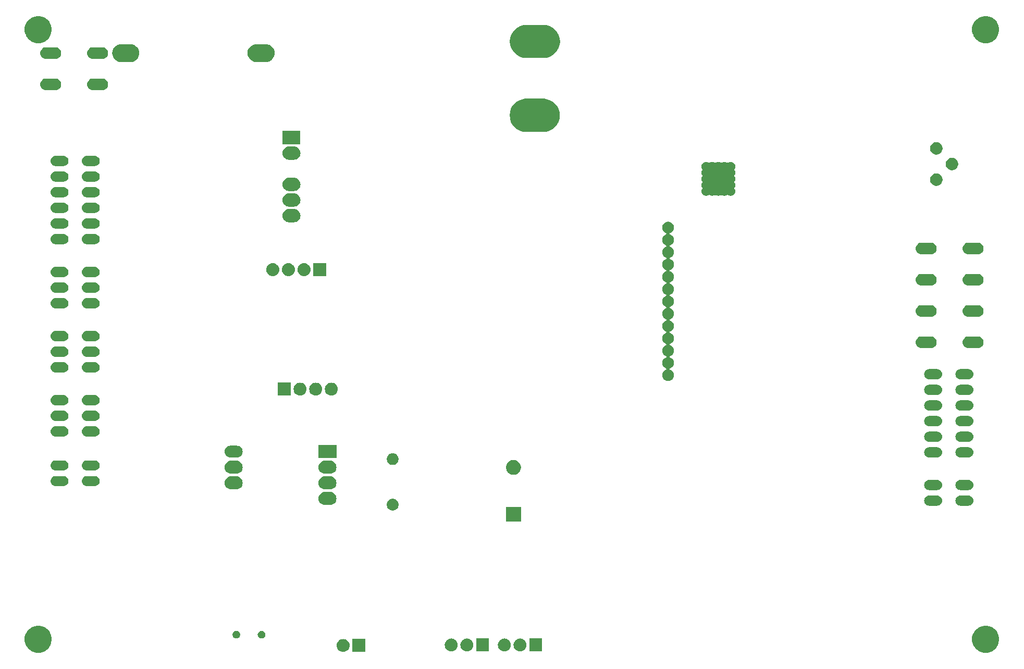
<source format=gbs>
G04 #@! TF.GenerationSoftware,KiCad,Pcbnew,(5.1.2)-2*
G04 #@! TF.CreationDate,2019-11-06T08:34:27+07:00*
G04 #@! TF.ProjectId,ph_door_fume_hood_controller_hw,70685f64-6f6f-4725-9f66-756d655f686f,VinhTho*
G04 #@! TF.SameCoordinates,Original*
G04 #@! TF.FileFunction,Soldermask,Bot*
G04 #@! TF.FilePolarity,Negative*
%FSLAX46Y46*%
G04 Gerber Fmt 4.6, Leading zero omitted, Abs format (unit mm)*
G04 Created by KiCad (PCBNEW (5.1.2)-2) date 2019-11-06 08:34:27*
%MOMM*%
%LPD*%
G04 APERTURE LIST*
%ADD10C,0.100000*%
G04 APERTURE END LIST*
D10*
G36*
X218573715Y-134790544D02*
G01*
X218974089Y-134956384D01*
X218974091Y-134956385D01*
X219334418Y-135197148D01*
X219640852Y-135503582D01*
X219841645Y-135804089D01*
X219881616Y-135863911D01*
X220047456Y-136264285D01*
X220132000Y-136689318D01*
X220132000Y-137122682D01*
X220047456Y-137547715D01*
X219892422Y-137922000D01*
X219881615Y-137948091D01*
X219640852Y-138308418D01*
X219334418Y-138614852D01*
X218974091Y-138855615D01*
X218974090Y-138855616D01*
X218974089Y-138855616D01*
X218573715Y-139021456D01*
X218148682Y-139106000D01*
X217715318Y-139106000D01*
X217290285Y-139021456D01*
X216889911Y-138855616D01*
X216889910Y-138855616D01*
X216889909Y-138855615D01*
X216529582Y-138614852D01*
X216223148Y-138308418D01*
X215982385Y-137948091D01*
X215971578Y-137922000D01*
X215816544Y-137547715D01*
X215732000Y-137122682D01*
X215732000Y-136689318D01*
X215816544Y-136264285D01*
X215982384Y-135863911D01*
X216022356Y-135804089D01*
X216223148Y-135503582D01*
X216529582Y-135197148D01*
X216889909Y-134956385D01*
X216889911Y-134956384D01*
X217290285Y-134790544D01*
X217715318Y-134706000D01*
X218148682Y-134706000D01*
X218573715Y-134790544D01*
X218573715Y-134790544D01*
G37*
G36*
X64649715Y-134790544D02*
G01*
X65050089Y-134956384D01*
X65050091Y-134956385D01*
X65410418Y-135197148D01*
X65716852Y-135503582D01*
X65917645Y-135804089D01*
X65957616Y-135863911D01*
X66123456Y-136264285D01*
X66208000Y-136689318D01*
X66208000Y-137122682D01*
X66123456Y-137547715D01*
X65968422Y-137922000D01*
X65957615Y-137948091D01*
X65716852Y-138308418D01*
X65410418Y-138614852D01*
X65050091Y-138855615D01*
X65050090Y-138855616D01*
X65050089Y-138855616D01*
X64649715Y-139021456D01*
X64224682Y-139106000D01*
X63791318Y-139106000D01*
X63366285Y-139021456D01*
X62965911Y-138855616D01*
X62965910Y-138855616D01*
X62965909Y-138855615D01*
X62605582Y-138614852D01*
X62299148Y-138308418D01*
X62058385Y-137948091D01*
X62047578Y-137922000D01*
X61892544Y-137547715D01*
X61808000Y-137122682D01*
X61808000Y-136689318D01*
X61892544Y-136264285D01*
X62058384Y-135863911D01*
X62098356Y-135804089D01*
X62299148Y-135503582D01*
X62605582Y-135197148D01*
X62965909Y-134956385D01*
X62965911Y-134956384D01*
X63366285Y-134790544D01*
X63791318Y-134706000D01*
X64224682Y-134706000D01*
X64649715Y-134790544D01*
X64649715Y-134790544D01*
G37*
G36*
X117128000Y-138972000D02*
G01*
X115028000Y-138972000D01*
X115028000Y-136872000D01*
X117128000Y-136872000D01*
X117128000Y-138972000D01*
X117128000Y-138972000D01*
G37*
G36*
X113666707Y-136879597D02*
G01*
X113743836Y-136887193D01*
X113941762Y-136947233D01*
X113941765Y-136947234D01*
X114124170Y-137044732D01*
X114284055Y-137175945D01*
X114415268Y-137335830D01*
X114512766Y-137518235D01*
X114512767Y-137518238D01*
X114572807Y-137716164D01*
X114593080Y-137922000D01*
X114572807Y-138127836D01*
X114537338Y-138244762D01*
X114512766Y-138325765D01*
X114415268Y-138508170D01*
X114284055Y-138668055D01*
X114124170Y-138799268D01*
X113941765Y-138896766D01*
X113941762Y-138896767D01*
X113743836Y-138956807D01*
X113666707Y-138964404D01*
X113589580Y-138972000D01*
X113486420Y-138972000D01*
X113409293Y-138964404D01*
X113332164Y-138956807D01*
X113134238Y-138896767D01*
X113134235Y-138896766D01*
X112951830Y-138799268D01*
X112791945Y-138668055D01*
X112660732Y-138508170D01*
X112563234Y-138325765D01*
X112538662Y-138244762D01*
X112503193Y-138127836D01*
X112482920Y-137922000D01*
X112503193Y-137716164D01*
X112563233Y-137518238D01*
X112563234Y-137518235D01*
X112660732Y-137335830D01*
X112791945Y-137175945D01*
X112951830Y-137044732D01*
X113134235Y-136947234D01*
X113134238Y-136947233D01*
X113332164Y-136887193D01*
X113409293Y-136879597D01*
X113486420Y-136872000D01*
X113589580Y-136872000D01*
X113666707Y-136879597D01*
X113666707Y-136879597D01*
G37*
G36*
X145879000Y-138891000D02*
G01*
X143779000Y-138891000D01*
X143779000Y-136791000D01*
X145879000Y-136791000D01*
X145879000Y-138891000D01*
X145879000Y-138891000D01*
G37*
G36*
X142417707Y-136798596D02*
G01*
X142494836Y-136806193D01*
X142692762Y-136866233D01*
X142692765Y-136866234D01*
X142875170Y-136963732D01*
X143035055Y-137094945D01*
X143166268Y-137254830D01*
X143263766Y-137437235D01*
X143263767Y-137437238D01*
X143323807Y-137635164D01*
X143344080Y-137841000D01*
X143323807Y-138046836D01*
X143299236Y-138127836D01*
X143263766Y-138244765D01*
X143166268Y-138427170D01*
X143035055Y-138587055D01*
X142875170Y-138718268D01*
X142692765Y-138815766D01*
X142692762Y-138815767D01*
X142494836Y-138875807D01*
X142417707Y-138883404D01*
X142340580Y-138891000D01*
X142237420Y-138891000D01*
X142160293Y-138883404D01*
X142083164Y-138875807D01*
X141885238Y-138815767D01*
X141885235Y-138815766D01*
X141702830Y-138718268D01*
X141542945Y-138587055D01*
X141411732Y-138427170D01*
X141314234Y-138244765D01*
X141278764Y-138127836D01*
X141254193Y-138046836D01*
X141233920Y-137841000D01*
X141254193Y-137635164D01*
X141314233Y-137437238D01*
X141314234Y-137437235D01*
X141411732Y-137254830D01*
X141542945Y-137094945D01*
X141702830Y-136963732D01*
X141885235Y-136866234D01*
X141885238Y-136866233D01*
X142083164Y-136806193D01*
X142160293Y-136798596D01*
X142237420Y-136791000D01*
X142340580Y-136791000D01*
X142417707Y-136798596D01*
X142417707Y-136798596D01*
G37*
G36*
X139877707Y-136798596D02*
G01*
X139954836Y-136806193D01*
X140152762Y-136866233D01*
X140152765Y-136866234D01*
X140335170Y-136963732D01*
X140495055Y-137094945D01*
X140626268Y-137254830D01*
X140723766Y-137437235D01*
X140723767Y-137437238D01*
X140783807Y-137635164D01*
X140804080Y-137841000D01*
X140783807Y-138046836D01*
X140759236Y-138127836D01*
X140723766Y-138244765D01*
X140626268Y-138427170D01*
X140495055Y-138587055D01*
X140335170Y-138718268D01*
X140152765Y-138815766D01*
X140152762Y-138815767D01*
X139954836Y-138875807D01*
X139877707Y-138883404D01*
X139800580Y-138891000D01*
X139697420Y-138891000D01*
X139620293Y-138883404D01*
X139543164Y-138875807D01*
X139345238Y-138815767D01*
X139345235Y-138815766D01*
X139162830Y-138718268D01*
X139002945Y-138587055D01*
X138871732Y-138427170D01*
X138774234Y-138244765D01*
X138738764Y-138127836D01*
X138714193Y-138046836D01*
X138693920Y-137841000D01*
X138714193Y-137635164D01*
X138774233Y-137437238D01*
X138774234Y-137437235D01*
X138871732Y-137254830D01*
X139002945Y-137094945D01*
X139162830Y-136963732D01*
X139345235Y-136866234D01*
X139345238Y-136866233D01*
X139543164Y-136806193D01*
X139620293Y-136798596D01*
X139697420Y-136791000D01*
X139800580Y-136791000D01*
X139877707Y-136798596D01*
X139877707Y-136798596D01*
G37*
G36*
X133781707Y-136798596D02*
G01*
X133858836Y-136806193D01*
X134056762Y-136866233D01*
X134056765Y-136866234D01*
X134239170Y-136963732D01*
X134399055Y-137094945D01*
X134530268Y-137254830D01*
X134627766Y-137437235D01*
X134627767Y-137437238D01*
X134687807Y-137635164D01*
X134708080Y-137841000D01*
X134687807Y-138046836D01*
X134663236Y-138127836D01*
X134627766Y-138244765D01*
X134530268Y-138427170D01*
X134399055Y-138587055D01*
X134239170Y-138718268D01*
X134056765Y-138815766D01*
X134056762Y-138815767D01*
X133858836Y-138875807D01*
X133781707Y-138883404D01*
X133704580Y-138891000D01*
X133601420Y-138891000D01*
X133524293Y-138883404D01*
X133447164Y-138875807D01*
X133249238Y-138815767D01*
X133249235Y-138815766D01*
X133066830Y-138718268D01*
X132906945Y-138587055D01*
X132775732Y-138427170D01*
X132678234Y-138244765D01*
X132642764Y-138127836D01*
X132618193Y-138046836D01*
X132597920Y-137841000D01*
X132618193Y-137635164D01*
X132678233Y-137437238D01*
X132678234Y-137437235D01*
X132775732Y-137254830D01*
X132906945Y-137094945D01*
X133066830Y-136963732D01*
X133249235Y-136866234D01*
X133249238Y-136866233D01*
X133447164Y-136806193D01*
X133524293Y-136798596D01*
X133601420Y-136791000D01*
X133704580Y-136791000D01*
X133781707Y-136798596D01*
X133781707Y-136798596D01*
G37*
G36*
X131241707Y-136798596D02*
G01*
X131318836Y-136806193D01*
X131516762Y-136866233D01*
X131516765Y-136866234D01*
X131699170Y-136963732D01*
X131859055Y-137094945D01*
X131990268Y-137254830D01*
X132087766Y-137437235D01*
X132087767Y-137437238D01*
X132147807Y-137635164D01*
X132168080Y-137841000D01*
X132147807Y-138046836D01*
X132123236Y-138127836D01*
X132087766Y-138244765D01*
X131990268Y-138427170D01*
X131859055Y-138587055D01*
X131699170Y-138718268D01*
X131516765Y-138815766D01*
X131516762Y-138815767D01*
X131318836Y-138875807D01*
X131241707Y-138883404D01*
X131164580Y-138891000D01*
X131061420Y-138891000D01*
X130984293Y-138883404D01*
X130907164Y-138875807D01*
X130709238Y-138815767D01*
X130709235Y-138815766D01*
X130526830Y-138718268D01*
X130366945Y-138587055D01*
X130235732Y-138427170D01*
X130138234Y-138244765D01*
X130102764Y-138127836D01*
X130078193Y-138046836D01*
X130057920Y-137841000D01*
X130078193Y-137635164D01*
X130138233Y-137437238D01*
X130138234Y-137437235D01*
X130235732Y-137254830D01*
X130366945Y-137094945D01*
X130526830Y-136963732D01*
X130709235Y-136866234D01*
X130709238Y-136866233D01*
X130907164Y-136806193D01*
X130984293Y-136798596D01*
X131061420Y-136791000D01*
X131164580Y-136791000D01*
X131241707Y-136798596D01*
X131241707Y-136798596D01*
G37*
G36*
X137243000Y-138891000D02*
G01*
X135143000Y-138891000D01*
X135143000Y-136791000D01*
X137243000Y-136791000D01*
X137243000Y-138891000D01*
X137243000Y-138891000D01*
G37*
G36*
X100410521Y-135537043D02*
G01*
X100528334Y-135572781D01*
X100636911Y-135630817D01*
X100732080Y-135708920D01*
X100810183Y-135804089D01*
X100868219Y-135912666D01*
X100903957Y-136030479D01*
X100916024Y-136153000D01*
X100903957Y-136275521D01*
X100868219Y-136393334D01*
X100810183Y-136501911D01*
X100732080Y-136597080D01*
X100636911Y-136675183D01*
X100528334Y-136733219D01*
X100410521Y-136768957D01*
X100318704Y-136778000D01*
X100257296Y-136778000D01*
X100165479Y-136768957D01*
X100047666Y-136733219D01*
X99939089Y-136675183D01*
X99843920Y-136597080D01*
X99765817Y-136501911D01*
X99707781Y-136393334D01*
X99672043Y-136275521D01*
X99659976Y-136153000D01*
X99672043Y-136030479D01*
X99707781Y-135912666D01*
X99765817Y-135804089D01*
X99843920Y-135708920D01*
X99939089Y-135630817D01*
X100047666Y-135572781D01*
X100165479Y-135537043D01*
X100257296Y-135528000D01*
X100318704Y-135528000D01*
X100410521Y-135537043D01*
X100410521Y-135537043D01*
G37*
G36*
X96310521Y-135537043D02*
G01*
X96428334Y-135572781D01*
X96536911Y-135630817D01*
X96632080Y-135708920D01*
X96710183Y-135804089D01*
X96768219Y-135912666D01*
X96803957Y-136030479D01*
X96816024Y-136153000D01*
X96803957Y-136275521D01*
X96768219Y-136393334D01*
X96710183Y-136501911D01*
X96632080Y-136597080D01*
X96536911Y-136675183D01*
X96428334Y-136733219D01*
X96310521Y-136768957D01*
X96218704Y-136778000D01*
X96157296Y-136778000D01*
X96065479Y-136768957D01*
X95947666Y-136733219D01*
X95839089Y-136675183D01*
X95743920Y-136597080D01*
X95665817Y-136501911D01*
X95607781Y-136393334D01*
X95572043Y-136275521D01*
X95559976Y-136153000D01*
X95572043Y-136030479D01*
X95607781Y-135912666D01*
X95665817Y-135804089D01*
X95743920Y-135708920D01*
X95839089Y-135630817D01*
X95947666Y-135572781D01*
X96065479Y-135537043D01*
X96157296Y-135528000D01*
X96218704Y-135528000D01*
X96310521Y-135537043D01*
X96310521Y-135537043D01*
G37*
G36*
X142424000Y-117786000D02*
G01*
X140024000Y-117786000D01*
X140024000Y-115386000D01*
X142424000Y-115386000D01*
X142424000Y-117786000D01*
X142424000Y-117786000D01*
G37*
G36*
X121876604Y-114106968D02*
G01*
X121964142Y-114143228D01*
X122051678Y-114179486D01*
X122051679Y-114179487D01*
X122209237Y-114284763D01*
X122343237Y-114418763D01*
X122426511Y-114543392D01*
X122448514Y-114576322D01*
X122474422Y-114638870D01*
X122521032Y-114751396D01*
X122558000Y-114937250D01*
X122558000Y-115126750D01*
X122521032Y-115312604D01*
X122490630Y-115386000D01*
X122448514Y-115487678D01*
X122448513Y-115487679D01*
X122343237Y-115645237D01*
X122209237Y-115779237D01*
X122077879Y-115867007D01*
X122051678Y-115884514D01*
X121876604Y-115957032D01*
X121690750Y-115994000D01*
X121501250Y-115994000D01*
X121315396Y-115957032D01*
X121140322Y-115884514D01*
X121114121Y-115867007D01*
X120982763Y-115779237D01*
X120848763Y-115645237D01*
X120743487Y-115487679D01*
X120743486Y-115487678D01*
X120701370Y-115386000D01*
X120670968Y-115312604D01*
X120634000Y-115126750D01*
X120634000Y-114937250D01*
X120670968Y-114751396D01*
X120717578Y-114638870D01*
X120743486Y-114576322D01*
X120765489Y-114543392D01*
X120848763Y-114418763D01*
X120982763Y-114284763D01*
X121140321Y-114179487D01*
X121140322Y-114179486D01*
X121227858Y-114143228D01*
X121315396Y-114106968D01*
X121501250Y-114070000D01*
X121690750Y-114070000D01*
X121876604Y-114106968D01*
X121876604Y-114106968D01*
G37*
G36*
X210188726Y-113568603D02*
G01*
X210344244Y-113615779D01*
X210487562Y-113692384D01*
X210613186Y-113795480D01*
X210716282Y-113921104D01*
X210792887Y-114064422D01*
X210840063Y-114219940D01*
X210855991Y-114381666D01*
X210840063Y-114543392D01*
X210792887Y-114698910D01*
X210716282Y-114842228D01*
X210613186Y-114967852D01*
X210487562Y-115070948D01*
X210344244Y-115147553D01*
X210188726Y-115194729D01*
X210067525Y-115206666D01*
X208736475Y-115206666D01*
X208615274Y-115194729D01*
X208459756Y-115147553D01*
X208316438Y-115070948D01*
X208190814Y-114967852D01*
X208087718Y-114842228D01*
X208011113Y-114698910D01*
X207963937Y-114543392D01*
X207948009Y-114381666D01*
X207963937Y-114219940D01*
X208011113Y-114064422D01*
X208087718Y-113921104D01*
X208190814Y-113795480D01*
X208316438Y-113692384D01*
X208459756Y-113615779D01*
X208615274Y-113568603D01*
X208736475Y-113556666D01*
X210067525Y-113556666D01*
X210188726Y-113568603D01*
X210188726Y-113568603D01*
G37*
G36*
X215268726Y-113568603D02*
G01*
X215424244Y-113615779D01*
X215567562Y-113692384D01*
X215693186Y-113795480D01*
X215796282Y-113921104D01*
X215872887Y-114064422D01*
X215920063Y-114219940D01*
X215935991Y-114381666D01*
X215920063Y-114543392D01*
X215872887Y-114698910D01*
X215796282Y-114842228D01*
X215693186Y-114967852D01*
X215567562Y-115070948D01*
X215424244Y-115147553D01*
X215268726Y-115194729D01*
X215147525Y-115206666D01*
X213816475Y-115206666D01*
X213695274Y-115194729D01*
X213539756Y-115147553D01*
X213396438Y-115070948D01*
X213270814Y-114967852D01*
X213167718Y-114842228D01*
X213091113Y-114698910D01*
X213043937Y-114543392D01*
X213028009Y-114381666D01*
X213043937Y-114219940D01*
X213091113Y-114064422D01*
X213167718Y-113921104D01*
X213270814Y-113795480D01*
X213396438Y-113692384D01*
X213539756Y-113615779D01*
X213695274Y-113568603D01*
X213816475Y-113556666D01*
X215147525Y-113556666D01*
X215268726Y-113568603D01*
X215268726Y-113568603D01*
G37*
G36*
X111606186Y-112999366D02*
G01*
X111806379Y-113060094D01*
X111990870Y-113158706D01*
X112152581Y-113291419D01*
X112285294Y-113453130D01*
X112383906Y-113637621D01*
X112444634Y-113837814D01*
X112465138Y-114046000D01*
X112444634Y-114254186D01*
X112383906Y-114454379D01*
X112285294Y-114638870D01*
X112152581Y-114800581D01*
X111990870Y-114933294D01*
X111806379Y-115031906D01*
X111606186Y-115092634D01*
X111450170Y-115108000D01*
X110545830Y-115108000D01*
X110389814Y-115092634D01*
X110189621Y-115031906D01*
X110005130Y-114933294D01*
X109843419Y-114800581D01*
X109710706Y-114638870D01*
X109612094Y-114454379D01*
X109551366Y-114254186D01*
X109530862Y-114046000D01*
X109551366Y-113837814D01*
X109612094Y-113637621D01*
X109710706Y-113453130D01*
X109843419Y-113291419D01*
X110005130Y-113158706D01*
X110189621Y-113060094D01*
X110389814Y-112999366D01*
X110545830Y-112984000D01*
X111450170Y-112984000D01*
X111606186Y-112999366D01*
X111606186Y-112999366D01*
G37*
G36*
X210188726Y-111028603D02*
G01*
X210344244Y-111075779D01*
X210487562Y-111152384D01*
X210613186Y-111255480D01*
X210716282Y-111381104D01*
X210792887Y-111524422D01*
X210840063Y-111679940D01*
X210855991Y-111841666D01*
X210840063Y-112003392D01*
X210792887Y-112158910D01*
X210716282Y-112302228D01*
X210613186Y-112427852D01*
X210487562Y-112530948D01*
X210344244Y-112607553D01*
X210188726Y-112654729D01*
X210067525Y-112666666D01*
X208736475Y-112666666D01*
X208615274Y-112654729D01*
X208459756Y-112607553D01*
X208316438Y-112530948D01*
X208190814Y-112427852D01*
X208087718Y-112302228D01*
X208011113Y-112158910D01*
X207963937Y-112003392D01*
X207948009Y-111841666D01*
X207963937Y-111679940D01*
X208011113Y-111524422D01*
X208087718Y-111381104D01*
X208190814Y-111255480D01*
X208316438Y-111152384D01*
X208459756Y-111075779D01*
X208615274Y-111028603D01*
X208736475Y-111016666D01*
X210067525Y-111016666D01*
X210188726Y-111028603D01*
X210188726Y-111028603D01*
G37*
G36*
X215268726Y-111028603D02*
G01*
X215424244Y-111075779D01*
X215567562Y-111152384D01*
X215693186Y-111255480D01*
X215796282Y-111381104D01*
X215872887Y-111524422D01*
X215920063Y-111679940D01*
X215935991Y-111841666D01*
X215920063Y-112003392D01*
X215872887Y-112158910D01*
X215796282Y-112302228D01*
X215693186Y-112427852D01*
X215567562Y-112530948D01*
X215424244Y-112607553D01*
X215268726Y-112654729D01*
X215147525Y-112666666D01*
X213816475Y-112666666D01*
X213695274Y-112654729D01*
X213539756Y-112607553D01*
X213396438Y-112530948D01*
X213270814Y-112427852D01*
X213167718Y-112302228D01*
X213091113Y-112158910D01*
X213043937Y-112003392D01*
X213028009Y-111841666D01*
X213043937Y-111679940D01*
X213091113Y-111524422D01*
X213167718Y-111381104D01*
X213270814Y-111255480D01*
X213396438Y-111152384D01*
X213539756Y-111075779D01*
X213695274Y-111028603D01*
X213816475Y-111016666D01*
X215147525Y-111016666D01*
X215268726Y-111028603D01*
X215268726Y-111028603D01*
G37*
G36*
X111606186Y-110459366D02*
G01*
X111806379Y-110520094D01*
X111990870Y-110618706D01*
X112152581Y-110751419D01*
X112285294Y-110913130D01*
X112383906Y-111097621D01*
X112444634Y-111297814D01*
X112465138Y-111506000D01*
X112444634Y-111714186D01*
X112383906Y-111914379D01*
X112285294Y-112098870D01*
X112152581Y-112260581D01*
X111990870Y-112393294D01*
X111806379Y-112491906D01*
X111606186Y-112552634D01*
X111450170Y-112568000D01*
X110545830Y-112568000D01*
X110389814Y-112552634D01*
X110189621Y-112491906D01*
X110005130Y-112393294D01*
X109843419Y-112260581D01*
X109710706Y-112098870D01*
X109612094Y-111914379D01*
X109551366Y-111714186D01*
X109530862Y-111506000D01*
X109551366Y-111297814D01*
X109612094Y-111097621D01*
X109710706Y-110913130D01*
X109843419Y-110751419D01*
X110005130Y-110618706D01*
X110189621Y-110520094D01*
X110389814Y-110459366D01*
X110545830Y-110444000D01*
X111450170Y-110444000D01*
X111606186Y-110459366D01*
X111606186Y-110459366D01*
G37*
G36*
X96366186Y-110459366D02*
G01*
X96566379Y-110520094D01*
X96750870Y-110618706D01*
X96912581Y-110751419D01*
X97045294Y-110913130D01*
X97143906Y-111097621D01*
X97204634Y-111297814D01*
X97225138Y-111506000D01*
X97204634Y-111714186D01*
X97143906Y-111914379D01*
X97045294Y-112098870D01*
X96912581Y-112260581D01*
X96750870Y-112393294D01*
X96566379Y-112491906D01*
X96366186Y-112552634D01*
X96210170Y-112568000D01*
X95305830Y-112568000D01*
X95149814Y-112552634D01*
X94949621Y-112491906D01*
X94765130Y-112393294D01*
X94603419Y-112260581D01*
X94470706Y-112098870D01*
X94372094Y-111914379D01*
X94311366Y-111714186D01*
X94290862Y-111506000D01*
X94311366Y-111297814D01*
X94372094Y-111097621D01*
X94470706Y-110913130D01*
X94603419Y-110751419D01*
X94765130Y-110618706D01*
X94949621Y-110520094D01*
X95149814Y-110459366D01*
X95305830Y-110444000D01*
X96210170Y-110444000D01*
X96366186Y-110459366D01*
X96366186Y-110459366D01*
G37*
G36*
X73326726Y-110391937D02*
G01*
X73482244Y-110439113D01*
X73625562Y-110515718D01*
X73751186Y-110618814D01*
X73854282Y-110744438D01*
X73930887Y-110887756D01*
X73978063Y-111043274D01*
X73993991Y-111205000D01*
X73978063Y-111366726D01*
X73930887Y-111522244D01*
X73854282Y-111665562D01*
X73751186Y-111791186D01*
X73625562Y-111894282D01*
X73482244Y-111970887D01*
X73326726Y-112018063D01*
X73205525Y-112030000D01*
X71874475Y-112030000D01*
X71753274Y-112018063D01*
X71597756Y-111970887D01*
X71454438Y-111894282D01*
X71328814Y-111791186D01*
X71225718Y-111665562D01*
X71149113Y-111522244D01*
X71101937Y-111366726D01*
X71086009Y-111205000D01*
X71101937Y-111043274D01*
X71149113Y-110887756D01*
X71225718Y-110744438D01*
X71328814Y-110618814D01*
X71454438Y-110515718D01*
X71597756Y-110439113D01*
X71753274Y-110391937D01*
X71874475Y-110380000D01*
X73205525Y-110380000D01*
X73326726Y-110391937D01*
X73326726Y-110391937D01*
G37*
G36*
X68246726Y-110391937D02*
G01*
X68402244Y-110439113D01*
X68545562Y-110515718D01*
X68671186Y-110618814D01*
X68774282Y-110744438D01*
X68850887Y-110887756D01*
X68898063Y-111043274D01*
X68913991Y-111205000D01*
X68898063Y-111366726D01*
X68850887Y-111522244D01*
X68774282Y-111665562D01*
X68671186Y-111791186D01*
X68545562Y-111894282D01*
X68402244Y-111970887D01*
X68246726Y-112018063D01*
X68125525Y-112030000D01*
X66794475Y-112030000D01*
X66673274Y-112018063D01*
X66517756Y-111970887D01*
X66374438Y-111894282D01*
X66248814Y-111791186D01*
X66145718Y-111665562D01*
X66069113Y-111522244D01*
X66021937Y-111366726D01*
X66006009Y-111205000D01*
X66021937Y-111043274D01*
X66069113Y-110887756D01*
X66145718Y-110744438D01*
X66248814Y-110618814D01*
X66374438Y-110515718D01*
X66517756Y-110439113D01*
X66673274Y-110391937D01*
X66794475Y-110380000D01*
X68125525Y-110380000D01*
X68246726Y-110391937D01*
X68246726Y-110391937D01*
G37*
G36*
X141574026Y-107832115D02*
G01*
X141784671Y-107919367D01*
X141792413Y-107922574D01*
X141871950Y-107975719D01*
X141988955Y-108053899D01*
X142156101Y-108221045D01*
X142287427Y-108417589D01*
X142377885Y-108635974D01*
X142424000Y-108867809D01*
X142424000Y-109104191D01*
X142377885Y-109336026D01*
X142319051Y-109478063D01*
X142287426Y-109554413D01*
X142156101Y-109750955D01*
X141988955Y-109918101D01*
X141792413Y-110049426D01*
X141792412Y-110049427D01*
X141792411Y-110049427D01*
X141574026Y-110139885D01*
X141342191Y-110186000D01*
X141105809Y-110186000D01*
X140873974Y-110139885D01*
X140655589Y-110049427D01*
X140655588Y-110049427D01*
X140655587Y-110049426D01*
X140459045Y-109918101D01*
X140291899Y-109750955D01*
X140160574Y-109554413D01*
X140128949Y-109478063D01*
X140070115Y-109336026D01*
X140024000Y-109104191D01*
X140024000Y-108867809D01*
X140070115Y-108635974D01*
X140160573Y-108417589D01*
X140291899Y-108221045D01*
X140459045Y-108053899D01*
X140576050Y-107975719D01*
X140655587Y-107922574D01*
X140663329Y-107919367D01*
X140873974Y-107832115D01*
X141105809Y-107786000D01*
X141342191Y-107786000D01*
X141574026Y-107832115D01*
X141574026Y-107832115D01*
G37*
G36*
X111606186Y-107919366D02*
G01*
X111806379Y-107980094D01*
X111990870Y-108078706D01*
X112152581Y-108211419D01*
X112285294Y-108373130D01*
X112383906Y-108557621D01*
X112444634Y-108757814D01*
X112465138Y-108966000D01*
X112444634Y-109174186D01*
X112383906Y-109374379D01*
X112285294Y-109558870D01*
X112152581Y-109720581D01*
X111990870Y-109853294D01*
X111806379Y-109951906D01*
X111606186Y-110012634D01*
X111450170Y-110028000D01*
X110545830Y-110028000D01*
X110389814Y-110012634D01*
X110189621Y-109951906D01*
X110005130Y-109853294D01*
X109843419Y-109720581D01*
X109710706Y-109558870D01*
X109612094Y-109374379D01*
X109551366Y-109174186D01*
X109530862Y-108966000D01*
X109551366Y-108757814D01*
X109612094Y-108557621D01*
X109710706Y-108373130D01*
X109843419Y-108211419D01*
X110005130Y-108078706D01*
X110189621Y-107980094D01*
X110389814Y-107919366D01*
X110545830Y-107904000D01*
X111450170Y-107904000D01*
X111606186Y-107919366D01*
X111606186Y-107919366D01*
G37*
G36*
X96366186Y-107919366D02*
G01*
X96566379Y-107980094D01*
X96750870Y-108078706D01*
X96912581Y-108211419D01*
X97045294Y-108373130D01*
X97143906Y-108557621D01*
X97204634Y-108757814D01*
X97225138Y-108966000D01*
X97204634Y-109174186D01*
X97143906Y-109374379D01*
X97045294Y-109558870D01*
X96912581Y-109720581D01*
X96750870Y-109853294D01*
X96566379Y-109951906D01*
X96366186Y-110012634D01*
X96210170Y-110028000D01*
X95305830Y-110028000D01*
X95149814Y-110012634D01*
X94949621Y-109951906D01*
X94765130Y-109853294D01*
X94603419Y-109720581D01*
X94470706Y-109558870D01*
X94372094Y-109374379D01*
X94311366Y-109174186D01*
X94290862Y-108966000D01*
X94311366Y-108757814D01*
X94372094Y-108557621D01*
X94470706Y-108373130D01*
X94603419Y-108211419D01*
X94765130Y-108078706D01*
X94949621Y-107980094D01*
X95149814Y-107919366D01*
X95305830Y-107904000D01*
X96210170Y-107904000D01*
X96366186Y-107919366D01*
X96366186Y-107919366D01*
G37*
G36*
X68246726Y-107851937D02*
G01*
X68402244Y-107899113D01*
X68545562Y-107975718D01*
X68671186Y-108078814D01*
X68774282Y-108204438D01*
X68850887Y-108347756D01*
X68898063Y-108503274D01*
X68913991Y-108665000D01*
X68898063Y-108826726D01*
X68850887Y-108982244D01*
X68774282Y-109125562D01*
X68671186Y-109251186D01*
X68545562Y-109354282D01*
X68402244Y-109430887D01*
X68246726Y-109478063D01*
X68125525Y-109490000D01*
X66794475Y-109490000D01*
X66673274Y-109478063D01*
X66517756Y-109430887D01*
X66374438Y-109354282D01*
X66248814Y-109251186D01*
X66145718Y-109125562D01*
X66069113Y-108982244D01*
X66021937Y-108826726D01*
X66006009Y-108665000D01*
X66021937Y-108503274D01*
X66069113Y-108347756D01*
X66145718Y-108204438D01*
X66248814Y-108078814D01*
X66374438Y-107975718D01*
X66517756Y-107899113D01*
X66673274Y-107851937D01*
X66794475Y-107840000D01*
X68125525Y-107840000D01*
X68246726Y-107851937D01*
X68246726Y-107851937D01*
G37*
G36*
X73326726Y-107851937D02*
G01*
X73482244Y-107899113D01*
X73625562Y-107975718D01*
X73751186Y-108078814D01*
X73854282Y-108204438D01*
X73930887Y-108347756D01*
X73978063Y-108503274D01*
X73993991Y-108665000D01*
X73978063Y-108826726D01*
X73930887Y-108982244D01*
X73854282Y-109125562D01*
X73751186Y-109251186D01*
X73625562Y-109354282D01*
X73482244Y-109430887D01*
X73326726Y-109478063D01*
X73205525Y-109490000D01*
X71874475Y-109490000D01*
X71753274Y-109478063D01*
X71597756Y-109430887D01*
X71454438Y-109354282D01*
X71328814Y-109251186D01*
X71225718Y-109125562D01*
X71149113Y-108982244D01*
X71101937Y-108826726D01*
X71086009Y-108665000D01*
X71101937Y-108503274D01*
X71149113Y-108347756D01*
X71225718Y-108204438D01*
X71328814Y-108078814D01*
X71454438Y-107975718D01*
X71597756Y-107899113D01*
X71753274Y-107851937D01*
X71874475Y-107840000D01*
X73205525Y-107840000D01*
X73326726Y-107851937D01*
X73326726Y-107851937D01*
G37*
G36*
X121876604Y-106706968D02*
G01*
X121964142Y-106743228D01*
X122051678Y-106779486D01*
X122051679Y-106779487D01*
X122209237Y-106884763D01*
X122343237Y-107018763D01*
X122416572Y-107128518D01*
X122448514Y-107176322D01*
X122471417Y-107231615D01*
X122521032Y-107351396D01*
X122558000Y-107537250D01*
X122558000Y-107726750D01*
X122521032Y-107912604D01*
X122448514Y-108087678D01*
X122448513Y-108087679D01*
X122343237Y-108245237D01*
X122209237Y-108379237D01*
X122077879Y-108467007D01*
X122051678Y-108484514D01*
X121964142Y-108520772D01*
X121876604Y-108557032D01*
X121690750Y-108594000D01*
X121501250Y-108594000D01*
X121315396Y-108557032D01*
X121227858Y-108520772D01*
X121140322Y-108484514D01*
X121114121Y-108467007D01*
X120982763Y-108379237D01*
X120848763Y-108245237D01*
X120743487Y-108087679D01*
X120743486Y-108087678D01*
X120707228Y-108000142D01*
X120670968Y-107912604D01*
X120634000Y-107726750D01*
X120634000Y-107537250D01*
X120670968Y-107351396D01*
X120720583Y-107231615D01*
X120743486Y-107176322D01*
X120775428Y-107128518D01*
X120848763Y-107018763D01*
X120982763Y-106884763D01*
X121140321Y-106779487D01*
X121140322Y-106779486D01*
X121227858Y-106743228D01*
X121315396Y-106706968D01*
X121501250Y-106670000D01*
X121690750Y-106670000D01*
X121876604Y-106706968D01*
X121876604Y-106706968D01*
G37*
G36*
X112460000Y-107488000D02*
G01*
X109536000Y-107488000D01*
X109536000Y-105364000D01*
X112460000Y-105364000D01*
X112460000Y-107488000D01*
X112460000Y-107488000D01*
G37*
G36*
X96446583Y-105477919D02*
G01*
X96627925Y-105532929D01*
X96795043Y-105622256D01*
X96941528Y-105742472D01*
X97061744Y-105888957D01*
X97151071Y-106056075D01*
X97206081Y-106237417D01*
X97224654Y-106426000D01*
X97206081Y-106614583D01*
X97178938Y-106704061D01*
X97156058Y-106779487D01*
X97151071Y-106795925D01*
X97061744Y-106963043D01*
X96941528Y-107109528D01*
X96795043Y-107229744D01*
X96627925Y-107319071D01*
X96446583Y-107374081D01*
X96305257Y-107388000D01*
X95210743Y-107388000D01*
X95069417Y-107374081D01*
X94888075Y-107319071D01*
X94720957Y-107229744D01*
X94574472Y-107109528D01*
X94454256Y-106963043D01*
X94364929Y-106795925D01*
X94359943Y-106779487D01*
X94337062Y-106704061D01*
X94309919Y-106614583D01*
X94291346Y-106426000D01*
X94309919Y-106237417D01*
X94364929Y-106056075D01*
X94454256Y-105888957D01*
X94574472Y-105742472D01*
X94720957Y-105622256D01*
X94888075Y-105532929D01*
X95069417Y-105477919D01*
X95210743Y-105464000D01*
X96305257Y-105464000D01*
X96446583Y-105477919D01*
X96446583Y-105477919D01*
G37*
G36*
X210186726Y-105729270D02*
G01*
X210342244Y-105776446D01*
X210485562Y-105853051D01*
X210611186Y-105956147D01*
X210714282Y-106081771D01*
X210790887Y-106225089D01*
X210838063Y-106380607D01*
X210853991Y-106542333D01*
X210838063Y-106704059D01*
X210790887Y-106859577D01*
X210714282Y-107002895D01*
X210611186Y-107128519D01*
X210485562Y-107231615D01*
X210342244Y-107308220D01*
X210186726Y-107355396D01*
X210065525Y-107367333D01*
X208734475Y-107367333D01*
X208613274Y-107355396D01*
X208457756Y-107308220D01*
X208314438Y-107231615D01*
X208188814Y-107128519D01*
X208085718Y-107002895D01*
X208009113Y-106859577D01*
X207961937Y-106704059D01*
X207946009Y-106542333D01*
X207961937Y-106380607D01*
X208009113Y-106225089D01*
X208085718Y-106081771D01*
X208188814Y-105956147D01*
X208314438Y-105853051D01*
X208457756Y-105776446D01*
X208613274Y-105729270D01*
X208734475Y-105717333D01*
X210065525Y-105717333D01*
X210186726Y-105729270D01*
X210186726Y-105729270D01*
G37*
G36*
X215266726Y-105729270D02*
G01*
X215422244Y-105776446D01*
X215565562Y-105853051D01*
X215691186Y-105956147D01*
X215794282Y-106081771D01*
X215870887Y-106225089D01*
X215918063Y-106380607D01*
X215933991Y-106542333D01*
X215918063Y-106704059D01*
X215870887Y-106859577D01*
X215794282Y-107002895D01*
X215691186Y-107128519D01*
X215565562Y-107231615D01*
X215422244Y-107308220D01*
X215266726Y-107355396D01*
X215145525Y-107367333D01*
X213814475Y-107367333D01*
X213693274Y-107355396D01*
X213537756Y-107308220D01*
X213394438Y-107231615D01*
X213268814Y-107128519D01*
X213165718Y-107002895D01*
X213089113Y-106859577D01*
X213041937Y-106704059D01*
X213026009Y-106542333D01*
X213041937Y-106380607D01*
X213089113Y-106225089D01*
X213165718Y-106081771D01*
X213268814Y-105956147D01*
X213394438Y-105853051D01*
X213537756Y-105776446D01*
X213693274Y-105729270D01*
X213814475Y-105717333D01*
X215145525Y-105717333D01*
X215266726Y-105729270D01*
X215266726Y-105729270D01*
G37*
G36*
X215266726Y-103189270D02*
G01*
X215422244Y-103236446D01*
X215565562Y-103313051D01*
X215691186Y-103416147D01*
X215794282Y-103541771D01*
X215870887Y-103685089D01*
X215918063Y-103840607D01*
X215933991Y-104002333D01*
X215918063Y-104164059D01*
X215870887Y-104319577D01*
X215794282Y-104462895D01*
X215691186Y-104588519D01*
X215565562Y-104691615D01*
X215422244Y-104768220D01*
X215266726Y-104815396D01*
X215145525Y-104827333D01*
X213814475Y-104827333D01*
X213693274Y-104815396D01*
X213537756Y-104768220D01*
X213394438Y-104691615D01*
X213268814Y-104588519D01*
X213165718Y-104462895D01*
X213089113Y-104319577D01*
X213041937Y-104164059D01*
X213026009Y-104002333D01*
X213041937Y-103840607D01*
X213089113Y-103685089D01*
X213165718Y-103541771D01*
X213268814Y-103416147D01*
X213394438Y-103313051D01*
X213537756Y-103236446D01*
X213693274Y-103189270D01*
X213814475Y-103177333D01*
X215145525Y-103177333D01*
X215266726Y-103189270D01*
X215266726Y-103189270D01*
G37*
G36*
X210186726Y-103189270D02*
G01*
X210342244Y-103236446D01*
X210485562Y-103313051D01*
X210611186Y-103416147D01*
X210714282Y-103541771D01*
X210790887Y-103685089D01*
X210838063Y-103840607D01*
X210853991Y-104002333D01*
X210838063Y-104164059D01*
X210790887Y-104319577D01*
X210714282Y-104462895D01*
X210611186Y-104588519D01*
X210485562Y-104691615D01*
X210342244Y-104768220D01*
X210186726Y-104815396D01*
X210065525Y-104827333D01*
X208734475Y-104827333D01*
X208613274Y-104815396D01*
X208457756Y-104768220D01*
X208314438Y-104691615D01*
X208188814Y-104588519D01*
X208085718Y-104462895D01*
X208009113Y-104319577D01*
X207961937Y-104164059D01*
X207946009Y-104002333D01*
X207961937Y-103840607D01*
X208009113Y-103685089D01*
X208085718Y-103541771D01*
X208188814Y-103416147D01*
X208314438Y-103313051D01*
X208457756Y-103236446D01*
X208613274Y-103189270D01*
X208734475Y-103177333D01*
X210065525Y-103177333D01*
X210186726Y-103189270D01*
X210186726Y-103189270D01*
G37*
G36*
X68246726Y-102328437D02*
G01*
X68402244Y-102375613D01*
X68545562Y-102452218D01*
X68671186Y-102555314D01*
X68774282Y-102680938D01*
X68850887Y-102824256D01*
X68898063Y-102979774D01*
X68913991Y-103141500D01*
X68898063Y-103303226D01*
X68850887Y-103458744D01*
X68774282Y-103602062D01*
X68671186Y-103727686D01*
X68545562Y-103830782D01*
X68402244Y-103907387D01*
X68246726Y-103954563D01*
X68125525Y-103966500D01*
X66794475Y-103966500D01*
X66673274Y-103954563D01*
X66517756Y-103907387D01*
X66374438Y-103830782D01*
X66248814Y-103727686D01*
X66145718Y-103602062D01*
X66069113Y-103458744D01*
X66021937Y-103303226D01*
X66006009Y-103141500D01*
X66021937Y-102979774D01*
X66069113Y-102824256D01*
X66145718Y-102680938D01*
X66248814Y-102555314D01*
X66374438Y-102452218D01*
X66517756Y-102375613D01*
X66673274Y-102328437D01*
X66794475Y-102316500D01*
X68125525Y-102316500D01*
X68246726Y-102328437D01*
X68246726Y-102328437D01*
G37*
G36*
X73326726Y-102328437D02*
G01*
X73482244Y-102375613D01*
X73625562Y-102452218D01*
X73751186Y-102555314D01*
X73854282Y-102680938D01*
X73930887Y-102824256D01*
X73978063Y-102979774D01*
X73993991Y-103141500D01*
X73978063Y-103303226D01*
X73930887Y-103458744D01*
X73854282Y-103602062D01*
X73751186Y-103727686D01*
X73625562Y-103830782D01*
X73482244Y-103907387D01*
X73326726Y-103954563D01*
X73205525Y-103966500D01*
X71874475Y-103966500D01*
X71753274Y-103954563D01*
X71597756Y-103907387D01*
X71454438Y-103830782D01*
X71328814Y-103727686D01*
X71225718Y-103602062D01*
X71149113Y-103458744D01*
X71101937Y-103303226D01*
X71086009Y-103141500D01*
X71101937Y-102979774D01*
X71149113Y-102824256D01*
X71225718Y-102680938D01*
X71328814Y-102555314D01*
X71454438Y-102452218D01*
X71597756Y-102375613D01*
X71753274Y-102328437D01*
X71874475Y-102316500D01*
X73205525Y-102316500D01*
X73326726Y-102328437D01*
X73326726Y-102328437D01*
G37*
G36*
X215266726Y-100649270D02*
G01*
X215422244Y-100696446D01*
X215565562Y-100773051D01*
X215691186Y-100876147D01*
X215794282Y-101001771D01*
X215870887Y-101145089D01*
X215918063Y-101300607D01*
X215933991Y-101462333D01*
X215918063Y-101624059D01*
X215870887Y-101779577D01*
X215794282Y-101922895D01*
X215691186Y-102048519D01*
X215565562Y-102151615D01*
X215422244Y-102228220D01*
X215266726Y-102275396D01*
X215145525Y-102287333D01*
X213814475Y-102287333D01*
X213693274Y-102275396D01*
X213537756Y-102228220D01*
X213394438Y-102151615D01*
X213268814Y-102048519D01*
X213165718Y-101922895D01*
X213089113Y-101779577D01*
X213041937Y-101624059D01*
X213026009Y-101462333D01*
X213041937Y-101300607D01*
X213089113Y-101145089D01*
X213165718Y-101001771D01*
X213268814Y-100876147D01*
X213394438Y-100773051D01*
X213537756Y-100696446D01*
X213693274Y-100649270D01*
X213814475Y-100637333D01*
X215145525Y-100637333D01*
X215266726Y-100649270D01*
X215266726Y-100649270D01*
G37*
G36*
X210186726Y-100649270D02*
G01*
X210342244Y-100696446D01*
X210485562Y-100773051D01*
X210611186Y-100876147D01*
X210714282Y-101001771D01*
X210790887Y-101145089D01*
X210838063Y-101300607D01*
X210853991Y-101462333D01*
X210838063Y-101624059D01*
X210790887Y-101779577D01*
X210714282Y-101922895D01*
X210611186Y-102048519D01*
X210485562Y-102151615D01*
X210342244Y-102228220D01*
X210186726Y-102275396D01*
X210065525Y-102287333D01*
X208734475Y-102287333D01*
X208613274Y-102275396D01*
X208457756Y-102228220D01*
X208314438Y-102151615D01*
X208188814Y-102048519D01*
X208085718Y-101922895D01*
X208009113Y-101779577D01*
X207961937Y-101624059D01*
X207946009Y-101462333D01*
X207961937Y-101300607D01*
X208009113Y-101145089D01*
X208085718Y-101001771D01*
X208188814Y-100876147D01*
X208314438Y-100773051D01*
X208457756Y-100696446D01*
X208613274Y-100649270D01*
X208734475Y-100637333D01*
X210065525Y-100637333D01*
X210186726Y-100649270D01*
X210186726Y-100649270D01*
G37*
G36*
X73326726Y-99788437D02*
G01*
X73482244Y-99835613D01*
X73625562Y-99912218D01*
X73751186Y-100015314D01*
X73854282Y-100140938D01*
X73930887Y-100284256D01*
X73978063Y-100439774D01*
X73993991Y-100601500D01*
X73978063Y-100763226D01*
X73930887Y-100918744D01*
X73854282Y-101062062D01*
X73751186Y-101187686D01*
X73625562Y-101290782D01*
X73482244Y-101367387D01*
X73326726Y-101414563D01*
X73205525Y-101426500D01*
X71874475Y-101426500D01*
X71753274Y-101414563D01*
X71597756Y-101367387D01*
X71454438Y-101290782D01*
X71328814Y-101187686D01*
X71225718Y-101062062D01*
X71149113Y-100918744D01*
X71101937Y-100763226D01*
X71086009Y-100601500D01*
X71101937Y-100439774D01*
X71149113Y-100284256D01*
X71225718Y-100140938D01*
X71328814Y-100015314D01*
X71454438Y-99912218D01*
X71597756Y-99835613D01*
X71753274Y-99788437D01*
X71874475Y-99776500D01*
X73205525Y-99776500D01*
X73326726Y-99788437D01*
X73326726Y-99788437D01*
G37*
G36*
X68246726Y-99788437D02*
G01*
X68402244Y-99835613D01*
X68545562Y-99912218D01*
X68671186Y-100015314D01*
X68774282Y-100140938D01*
X68850887Y-100284256D01*
X68898063Y-100439774D01*
X68913991Y-100601500D01*
X68898063Y-100763226D01*
X68850887Y-100918744D01*
X68774282Y-101062062D01*
X68671186Y-101187686D01*
X68545562Y-101290782D01*
X68402244Y-101367387D01*
X68246726Y-101414563D01*
X68125525Y-101426500D01*
X66794475Y-101426500D01*
X66673274Y-101414563D01*
X66517756Y-101367387D01*
X66374438Y-101290782D01*
X66248814Y-101187686D01*
X66145718Y-101062062D01*
X66069113Y-100918744D01*
X66021937Y-100763226D01*
X66006009Y-100601500D01*
X66021937Y-100439774D01*
X66069113Y-100284256D01*
X66145718Y-100140938D01*
X66248814Y-100015314D01*
X66374438Y-99912218D01*
X66517756Y-99835613D01*
X66673274Y-99788437D01*
X66794475Y-99776500D01*
X68125525Y-99776500D01*
X68246726Y-99788437D01*
X68246726Y-99788437D01*
G37*
G36*
X215266726Y-98109270D02*
G01*
X215422244Y-98156446D01*
X215565562Y-98233051D01*
X215691186Y-98336147D01*
X215794282Y-98461771D01*
X215870887Y-98605089D01*
X215918063Y-98760607D01*
X215933991Y-98922333D01*
X215918063Y-99084059D01*
X215870887Y-99239577D01*
X215794282Y-99382895D01*
X215691186Y-99508519D01*
X215565562Y-99611615D01*
X215422244Y-99688220D01*
X215266726Y-99735396D01*
X215145525Y-99747333D01*
X213814475Y-99747333D01*
X213693274Y-99735396D01*
X213537756Y-99688220D01*
X213394438Y-99611615D01*
X213268814Y-99508519D01*
X213165718Y-99382895D01*
X213089113Y-99239577D01*
X213041937Y-99084059D01*
X213026009Y-98922333D01*
X213041937Y-98760607D01*
X213089113Y-98605089D01*
X213165718Y-98461771D01*
X213268814Y-98336147D01*
X213394438Y-98233051D01*
X213537756Y-98156446D01*
X213693274Y-98109270D01*
X213814475Y-98097333D01*
X215145525Y-98097333D01*
X215266726Y-98109270D01*
X215266726Y-98109270D01*
G37*
G36*
X210186726Y-98109270D02*
G01*
X210342244Y-98156446D01*
X210485562Y-98233051D01*
X210611186Y-98336147D01*
X210714282Y-98461771D01*
X210790887Y-98605089D01*
X210838063Y-98760607D01*
X210853991Y-98922333D01*
X210838063Y-99084059D01*
X210790887Y-99239577D01*
X210714282Y-99382895D01*
X210611186Y-99508519D01*
X210485562Y-99611615D01*
X210342244Y-99688220D01*
X210186726Y-99735396D01*
X210065525Y-99747333D01*
X208734475Y-99747333D01*
X208613274Y-99735396D01*
X208457756Y-99688220D01*
X208314438Y-99611615D01*
X208188814Y-99508519D01*
X208085718Y-99382895D01*
X208009113Y-99239577D01*
X207961937Y-99084059D01*
X207946009Y-98922333D01*
X207961937Y-98760607D01*
X208009113Y-98605089D01*
X208085718Y-98461771D01*
X208188814Y-98336147D01*
X208314438Y-98233051D01*
X208457756Y-98156446D01*
X208613274Y-98109270D01*
X208734475Y-98097333D01*
X210065525Y-98097333D01*
X210186726Y-98109270D01*
X210186726Y-98109270D01*
G37*
G36*
X68246726Y-97248437D02*
G01*
X68402244Y-97295613D01*
X68545562Y-97372218D01*
X68671186Y-97475314D01*
X68774282Y-97600938D01*
X68850887Y-97744256D01*
X68898063Y-97899774D01*
X68913991Y-98061500D01*
X68898063Y-98223226D01*
X68850887Y-98378744D01*
X68774282Y-98522062D01*
X68671186Y-98647686D01*
X68545562Y-98750782D01*
X68402244Y-98827387D01*
X68246726Y-98874563D01*
X68125525Y-98886500D01*
X66794475Y-98886500D01*
X66673274Y-98874563D01*
X66517756Y-98827387D01*
X66374438Y-98750782D01*
X66248814Y-98647686D01*
X66145718Y-98522062D01*
X66069113Y-98378744D01*
X66021937Y-98223226D01*
X66006009Y-98061500D01*
X66021937Y-97899774D01*
X66069113Y-97744256D01*
X66145718Y-97600938D01*
X66248814Y-97475314D01*
X66374438Y-97372218D01*
X66517756Y-97295613D01*
X66673274Y-97248437D01*
X66794475Y-97236500D01*
X68125525Y-97236500D01*
X68246726Y-97248437D01*
X68246726Y-97248437D01*
G37*
G36*
X73326726Y-97248437D02*
G01*
X73482244Y-97295613D01*
X73625562Y-97372218D01*
X73751186Y-97475314D01*
X73854282Y-97600938D01*
X73930887Y-97744256D01*
X73978063Y-97899774D01*
X73993991Y-98061500D01*
X73978063Y-98223226D01*
X73930887Y-98378744D01*
X73854282Y-98522062D01*
X73751186Y-98647686D01*
X73625562Y-98750782D01*
X73482244Y-98827387D01*
X73326726Y-98874563D01*
X73205525Y-98886500D01*
X71874475Y-98886500D01*
X71753274Y-98874563D01*
X71597756Y-98827387D01*
X71454438Y-98750782D01*
X71328814Y-98647686D01*
X71225718Y-98522062D01*
X71149113Y-98378744D01*
X71101937Y-98223226D01*
X71086009Y-98061500D01*
X71101937Y-97899774D01*
X71149113Y-97744256D01*
X71225718Y-97600938D01*
X71328814Y-97475314D01*
X71454438Y-97372218D01*
X71597756Y-97295613D01*
X71753274Y-97248437D01*
X71874475Y-97236500D01*
X73205525Y-97236500D01*
X73326726Y-97248437D01*
X73326726Y-97248437D01*
G37*
G36*
X105063000Y-97316000D02*
G01*
X102963000Y-97316000D01*
X102963000Y-95216000D01*
X105063000Y-95216000D01*
X105063000Y-97316000D01*
X105063000Y-97316000D01*
G37*
G36*
X109221707Y-95223596D02*
G01*
X109298836Y-95231193D01*
X109496762Y-95291233D01*
X109496765Y-95291234D01*
X109679170Y-95388732D01*
X109839055Y-95519945D01*
X109970268Y-95679830D01*
X110067766Y-95862235D01*
X110067767Y-95862238D01*
X110127807Y-96060164D01*
X110148080Y-96266000D01*
X110127807Y-96471836D01*
X110067767Y-96669762D01*
X110067766Y-96669765D01*
X109970268Y-96852170D01*
X109839055Y-97012055D01*
X109679170Y-97143268D01*
X109496765Y-97240766D01*
X109496762Y-97240767D01*
X109298836Y-97300807D01*
X109221707Y-97308403D01*
X109144580Y-97316000D01*
X109041420Y-97316000D01*
X108964293Y-97308403D01*
X108887164Y-97300807D01*
X108689238Y-97240767D01*
X108689235Y-97240766D01*
X108506830Y-97143268D01*
X108346945Y-97012055D01*
X108215732Y-96852170D01*
X108118234Y-96669765D01*
X108118233Y-96669762D01*
X108058193Y-96471836D01*
X108037920Y-96266000D01*
X108058193Y-96060164D01*
X108118233Y-95862238D01*
X108118234Y-95862235D01*
X108215732Y-95679830D01*
X108346945Y-95519945D01*
X108506830Y-95388732D01*
X108689235Y-95291234D01*
X108689238Y-95291233D01*
X108887164Y-95231193D01*
X108964293Y-95223596D01*
X109041420Y-95216000D01*
X109144580Y-95216000D01*
X109221707Y-95223596D01*
X109221707Y-95223596D01*
G37*
G36*
X111761707Y-95223596D02*
G01*
X111838836Y-95231193D01*
X112036762Y-95291233D01*
X112036765Y-95291234D01*
X112219170Y-95388732D01*
X112379055Y-95519945D01*
X112510268Y-95679830D01*
X112607766Y-95862235D01*
X112607767Y-95862238D01*
X112667807Y-96060164D01*
X112688080Y-96266000D01*
X112667807Y-96471836D01*
X112607767Y-96669762D01*
X112607766Y-96669765D01*
X112510268Y-96852170D01*
X112379055Y-97012055D01*
X112219170Y-97143268D01*
X112036765Y-97240766D01*
X112036762Y-97240767D01*
X111838836Y-97300807D01*
X111761707Y-97308403D01*
X111684580Y-97316000D01*
X111581420Y-97316000D01*
X111504293Y-97308403D01*
X111427164Y-97300807D01*
X111229238Y-97240767D01*
X111229235Y-97240766D01*
X111046830Y-97143268D01*
X110886945Y-97012055D01*
X110755732Y-96852170D01*
X110658234Y-96669765D01*
X110658233Y-96669762D01*
X110598193Y-96471836D01*
X110577920Y-96266000D01*
X110598193Y-96060164D01*
X110658233Y-95862238D01*
X110658234Y-95862235D01*
X110755732Y-95679830D01*
X110886945Y-95519945D01*
X111046830Y-95388732D01*
X111229235Y-95291234D01*
X111229238Y-95291233D01*
X111427164Y-95231193D01*
X111504293Y-95223596D01*
X111581420Y-95216000D01*
X111684580Y-95216000D01*
X111761707Y-95223596D01*
X111761707Y-95223596D01*
G37*
G36*
X106681707Y-95223596D02*
G01*
X106758836Y-95231193D01*
X106956762Y-95291233D01*
X106956765Y-95291234D01*
X107139170Y-95388732D01*
X107299055Y-95519945D01*
X107430268Y-95679830D01*
X107527766Y-95862235D01*
X107527767Y-95862238D01*
X107587807Y-96060164D01*
X107608080Y-96266000D01*
X107587807Y-96471836D01*
X107527767Y-96669762D01*
X107527766Y-96669765D01*
X107430268Y-96852170D01*
X107299055Y-97012055D01*
X107139170Y-97143268D01*
X106956765Y-97240766D01*
X106956762Y-97240767D01*
X106758836Y-97300807D01*
X106681707Y-97308403D01*
X106604580Y-97316000D01*
X106501420Y-97316000D01*
X106424293Y-97308403D01*
X106347164Y-97300807D01*
X106149238Y-97240767D01*
X106149235Y-97240766D01*
X105966830Y-97143268D01*
X105806945Y-97012055D01*
X105675732Y-96852170D01*
X105578234Y-96669765D01*
X105578233Y-96669762D01*
X105518193Y-96471836D01*
X105497920Y-96266000D01*
X105518193Y-96060164D01*
X105578233Y-95862238D01*
X105578234Y-95862235D01*
X105675732Y-95679830D01*
X105806945Y-95519945D01*
X105966830Y-95388732D01*
X106149235Y-95291234D01*
X106149238Y-95291233D01*
X106347164Y-95231193D01*
X106424293Y-95223596D01*
X106501420Y-95216000D01*
X106604580Y-95216000D01*
X106681707Y-95223596D01*
X106681707Y-95223596D01*
G37*
G36*
X215266726Y-95569270D02*
G01*
X215422244Y-95616446D01*
X215565562Y-95693051D01*
X215691186Y-95796147D01*
X215794282Y-95921771D01*
X215870887Y-96065089D01*
X215918063Y-96220607D01*
X215933991Y-96382333D01*
X215918063Y-96544059D01*
X215870887Y-96699577D01*
X215794282Y-96842895D01*
X215691186Y-96968519D01*
X215565562Y-97071615D01*
X215422244Y-97148220D01*
X215266726Y-97195396D01*
X215145525Y-97207333D01*
X213814475Y-97207333D01*
X213693274Y-97195396D01*
X213537756Y-97148220D01*
X213394438Y-97071615D01*
X213268814Y-96968519D01*
X213165718Y-96842895D01*
X213089113Y-96699577D01*
X213041937Y-96544059D01*
X213026009Y-96382333D01*
X213041937Y-96220607D01*
X213089113Y-96065089D01*
X213165718Y-95921771D01*
X213268814Y-95796147D01*
X213394438Y-95693051D01*
X213537756Y-95616446D01*
X213693274Y-95569270D01*
X213814475Y-95557333D01*
X215145525Y-95557333D01*
X215266726Y-95569270D01*
X215266726Y-95569270D01*
G37*
G36*
X210186726Y-95569270D02*
G01*
X210342244Y-95616446D01*
X210485562Y-95693051D01*
X210611186Y-95796147D01*
X210714282Y-95921771D01*
X210790887Y-96065089D01*
X210838063Y-96220607D01*
X210853991Y-96382333D01*
X210838063Y-96544059D01*
X210790887Y-96699577D01*
X210714282Y-96842895D01*
X210611186Y-96968519D01*
X210485562Y-97071615D01*
X210342244Y-97148220D01*
X210186726Y-97195396D01*
X210065525Y-97207333D01*
X208734475Y-97207333D01*
X208613274Y-97195396D01*
X208457756Y-97148220D01*
X208314438Y-97071615D01*
X208188814Y-96968519D01*
X208085718Y-96842895D01*
X208009113Y-96699577D01*
X207961937Y-96544059D01*
X207946009Y-96382333D01*
X207961937Y-96220607D01*
X208009113Y-96065089D01*
X208085718Y-95921771D01*
X208188814Y-95796147D01*
X208314438Y-95693051D01*
X208457756Y-95616446D01*
X208613274Y-95569270D01*
X208734475Y-95557333D01*
X210065525Y-95557333D01*
X210186726Y-95569270D01*
X210186726Y-95569270D01*
G37*
G36*
X166509336Y-69076254D02*
G01*
X166601105Y-69094508D01*
X166773994Y-69166121D01*
X166929590Y-69270087D01*
X167061913Y-69402410D01*
X167165879Y-69558006D01*
X167237492Y-69730895D01*
X167274000Y-69914433D01*
X167274000Y-70101567D01*
X167237492Y-70285105D01*
X167165879Y-70457994D01*
X167061913Y-70613590D01*
X166929590Y-70745913D01*
X166773994Y-70849879D01*
X166671054Y-70892518D01*
X166649447Y-70904067D01*
X166630505Y-70919613D01*
X166614960Y-70938554D01*
X166603409Y-70960165D01*
X166596296Y-70983614D01*
X166593894Y-71008000D01*
X166596296Y-71032386D01*
X166603409Y-71055835D01*
X166614960Y-71077446D01*
X166630506Y-71096388D01*
X166649447Y-71111933D01*
X166671054Y-71123482D01*
X166773994Y-71166121D01*
X166929590Y-71270087D01*
X167061913Y-71402410D01*
X167165879Y-71558006D01*
X167237492Y-71730895D01*
X167274000Y-71914433D01*
X167274000Y-72101567D01*
X167237492Y-72285105D01*
X167165879Y-72457994D01*
X167061913Y-72613590D01*
X166929590Y-72745913D01*
X166773994Y-72849879D01*
X166671054Y-72892518D01*
X166649447Y-72904067D01*
X166630505Y-72919613D01*
X166614960Y-72938554D01*
X166603409Y-72960165D01*
X166596296Y-72983614D01*
X166593894Y-73008000D01*
X166596296Y-73032386D01*
X166603409Y-73055835D01*
X166614960Y-73077446D01*
X166630506Y-73096388D01*
X166649447Y-73111933D01*
X166671054Y-73123482D01*
X166773994Y-73166121D01*
X166929590Y-73270087D01*
X167061913Y-73402410D01*
X167165879Y-73558006D01*
X167237492Y-73730895D01*
X167274000Y-73914433D01*
X167274000Y-74101567D01*
X167237492Y-74285105D01*
X167165879Y-74457994D01*
X167061913Y-74613590D01*
X166929590Y-74745913D01*
X166773994Y-74849879D01*
X166671054Y-74892518D01*
X166649447Y-74904067D01*
X166630505Y-74919613D01*
X166614960Y-74938554D01*
X166603409Y-74960165D01*
X166596296Y-74983614D01*
X166593894Y-75008000D01*
X166596296Y-75032386D01*
X166603409Y-75055835D01*
X166614960Y-75077446D01*
X166630506Y-75096388D01*
X166649447Y-75111933D01*
X166671054Y-75123482D01*
X166773994Y-75166121D01*
X166929590Y-75270087D01*
X167061913Y-75402410D01*
X167165879Y-75558006D01*
X167237492Y-75730895D01*
X167274000Y-75914433D01*
X167274000Y-76101567D01*
X167237492Y-76285105D01*
X167165879Y-76457994D01*
X167061913Y-76613590D01*
X166929590Y-76745913D01*
X166773994Y-76849879D01*
X166671054Y-76892518D01*
X166649447Y-76904067D01*
X166630505Y-76919613D01*
X166614960Y-76938554D01*
X166603409Y-76960165D01*
X166596296Y-76983614D01*
X166593894Y-77008000D01*
X166596296Y-77032386D01*
X166603409Y-77055835D01*
X166614960Y-77077446D01*
X166630506Y-77096388D01*
X166649447Y-77111933D01*
X166671054Y-77123482D01*
X166773994Y-77166121D01*
X166929590Y-77270087D01*
X167061913Y-77402410D01*
X167165879Y-77558006D01*
X167229776Y-77712267D01*
X167237492Y-77730896D01*
X167274000Y-77914432D01*
X167274000Y-78101568D01*
X167255746Y-78193336D01*
X167237492Y-78285105D01*
X167165879Y-78457994D01*
X167061913Y-78613590D01*
X166929590Y-78745913D01*
X166773994Y-78849879D01*
X166671054Y-78892518D01*
X166649447Y-78904067D01*
X166630505Y-78919613D01*
X166614960Y-78938554D01*
X166603409Y-78960165D01*
X166596296Y-78983614D01*
X166593894Y-79008000D01*
X166596296Y-79032386D01*
X166603409Y-79055835D01*
X166614960Y-79077446D01*
X166630506Y-79096388D01*
X166649447Y-79111933D01*
X166671054Y-79123482D01*
X166773994Y-79166121D01*
X166929590Y-79270087D01*
X167061913Y-79402410D01*
X167165879Y-79558006D01*
X167237492Y-79730895D01*
X167274000Y-79914433D01*
X167274000Y-80101567D01*
X167237492Y-80285105D01*
X167165879Y-80457994D01*
X167061913Y-80613590D01*
X166929590Y-80745913D01*
X166773994Y-80849879D01*
X166671054Y-80892518D01*
X166649447Y-80904067D01*
X166630505Y-80919613D01*
X166614960Y-80938554D01*
X166603409Y-80960165D01*
X166596296Y-80983614D01*
X166593894Y-81008000D01*
X166596296Y-81032386D01*
X166603409Y-81055835D01*
X166614960Y-81077446D01*
X166630506Y-81096388D01*
X166649447Y-81111933D01*
X166671054Y-81123482D01*
X166773994Y-81166121D01*
X166929590Y-81270087D01*
X167061913Y-81402410D01*
X167165879Y-81558006D01*
X167237492Y-81730895D01*
X167274000Y-81914433D01*
X167274000Y-82101567D01*
X167237492Y-82285105D01*
X167165879Y-82457994D01*
X167061913Y-82613590D01*
X166929590Y-82745913D01*
X166773994Y-82849879D01*
X166671054Y-82892518D01*
X166649447Y-82904067D01*
X166630505Y-82919613D01*
X166614960Y-82938554D01*
X166603409Y-82960165D01*
X166596296Y-82983614D01*
X166593894Y-83008000D01*
X166596296Y-83032386D01*
X166603409Y-83055835D01*
X166614960Y-83077446D01*
X166630506Y-83096388D01*
X166649447Y-83111933D01*
X166671054Y-83123482D01*
X166773994Y-83166121D01*
X166929590Y-83270087D01*
X167061913Y-83402410D01*
X167165879Y-83558006D01*
X167237492Y-83730895D01*
X167274000Y-83914433D01*
X167274000Y-84101567D01*
X167237492Y-84285105D01*
X167165879Y-84457994D01*
X167061913Y-84613590D01*
X166929590Y-84745913D01*
X166773994Y-84849879D01*
X166671054Y-84892518D01*
X166649447Y-84904067D01*
X166630505Y-84919613D01*
X166614960Y-84938554D01*
X166603409Y-84960165D01*
X166596296Y-84983614D01*
X166593894Y-85008000D01*
X166596296Y-85032386D01*
X166603409Y-85055835D01*
X166614960Y-85077446D01*
X166630506Y-85096388D01*
X166649447Y-85111933D01*
X166671054Y-85123482D01*
X166773994Y-85166121D01*
X166929590Y-85270087D01*
X167061913Y-85402410D01*
X167165879Y-85558006D01*
X167237492Y-85730895D01*
X167274000Y-85914433D01*
X167274000Y-86101567D01*
X167237492Y-86285105D01*
X167165879Y-86457994D01*
X167061913Y-86613590D01*
X166929590Y-86745913D01*
X166773994Y-86849879D01*
X166671054Y-86892518D01*
X166649447Y-86904067D01*
X166630505Y-86919613D01*
X166614960Y-86938554D01*
X166603409Y-86960165D01*
X166596296Y-86983614D01*
X166593894Y-87008000D01*
X166596296Y-87032386D01*
X166603409Y-87055835D01*
X166614960Y-87077446D01*
X166630506Y-87096388D01*
X166649447Y-87111933D01*
X166671054Y-87123482D01*
X166773994Y-87166121D01*
X166929590Y-87270087D01*
X167061913Y-87402410D01*
X167165879Y-87558006D01*
X167237492Y-87730895D01*
X167274000Y-87914433D01*
X167274000Y-88101567D01*
X167237492Y-88285105D01*
X167165879Y-88457994D01*
X167061913Y-88613590D01*
X166929590Y-88745913D01*
X166773994Y-88849879D01*
X166671054Y-88892518D01*
X166649447Y-88904067D01*
X166630505Y-88919613D01*
X166614960Y-88938554D01*
X166603409Y-88960165D01*
X166596296Y-88983614D01*
X166593894Y-89008000D01*
X166596296Y-89032386D01*
X166603409Y-89055835D01*
X166614960Y-89077446D01*
X166630506Y-89096388D01*
X166649447Y-89111933D01*
X166671054Y-89123482D01*
X166773994Y-89166121D01*
X166929590Y-89270087D01*
X167061913Y-89402410D01*
X167165879Y-89558006D01*
X167237492Y-89730895D01*
X167274000Y-89914433D01*
X167274000Y-90101567D01*
X167237492Y-90285105D01*
X167165879Y-90457994D01*
X167061913Y-90613590D01*
X166929590Y-90745913D01*
X166773994Y-90849879D01*
X166671054Y-90892518D01*
X166649447Y-90904067D01*
X166630505Y-90919613D01*
X166614960Y-90938554D01*
X166603409Y-90960165D01*
X166596296Y-90983614D01*
X166593894Y-91008000D01*
X166596296Y-91032386D01*
X166603409Y-91055835D01*
X166614960Y-91077446D01*
X166630506Y-91096388D01*
X166649447Y-91111933D01*
X166671054Y-91123482D01*
X166773994Y-91166121D01*
X166929590Y-91270087D01*
X167061913Y-91402410D01*
X167165879Y-91558006D01*
X167237492Y-91730895D01*
X167237492Y-91730896D01*
X167271627Y-91902500D01*
X167274000Y-91914433D01*
X167274000Y-92101567D01*
X167237492Y-92285105D01*
X167165879Y-92457994D01*
X167061913Y-92613590D01*
X166929590Y-92745913D01*
X166773994Y-92849879D01*
X166671054Y-92892518D01*
X166649447Y-92904067D01*
X166630505Y-92919613D01*
X166614960Y-92938554D01*
X166603409Y-92960165D01*
X166596296Y-92983614D01*
X166593894Y-93008000D01*
X166596296Y-93032386D01*
X166603409Y-93055835D01*
X166614960Y-93077446D01*
X166630506Y-93096388D01*
X166649447Y-93111933D01*
X166671054Y-93123482D01*
X166773994Y-93166121D01*
X166929590Y-93270087D01*
X167061913Y-93402410D01*
X167165879Y-93558006D01*
X167237492Y-93730895D01*
X167274000Y-93914433D01*
X167274000Y-94101567D01*
X167237492Y-94285105D01*
X167165879Y-94457994D01*
X167061913Y-94613590D01*
X166929590Y-94745913D01*
X166773994Y-94849879D01*
X166601105Y-94921492D01*
X166509336Y-94939746D01*
X166417568Y-94958000D01*
X166230432Y-94958000D01*
X166138664Y-94939746D01*
X166046895Y-94921492D01*
X165874006Y-94849879D01*
X165718410Y-94745913D01*
X165586087Y-94613590D01*
X165482121Y-94457994D01*
X165410508Y-94285105D01*
X165374000Y-94101567D01*
X165374000Y-93914433D01*
X165410508Y-93730895D01*
X165482121Y-93558006D01*
X165586087Y-93402410D01*
X165718410Y-93270087D01*
X165874006Y-93166121D01*
X165976946Y-93123482D01*
X165998553Y-93111933D01*
X166017495Y-93096387D01*
X166033040Y-93077446D01*
X166044591Y-93055835D01*
X166051704Y-93032386D01*
X166054106Y-93008000D01*
X166051704Y-92983614D01*
X166044591Y-92960165D01*
X166033040Y-92938554D01*
X166017494Y-92919612D01*
X165998553Y-92904067D01*
X165976946Y-92892518D01*
X165874006Y-92849879D01*
X165718410Y-92745913D01*
X165586087Y-92613590D01*
X165482121Y-92457994D01*
X165410508Y-92285105D01*
X165374000Y-92101567D01*
X165374000Y-91914433D01*
X165376374Y-91902500D01*
X165410508Y-91730896D01*
X165410508Y-91730895D01*
X165482121Y-91558006D01*
X165586087Y-91402410D01*
X165718410Y-91270087D01*
X165874006Y-91166121D01*
X165976946Y-91123482D01*
X165998553Y-91111933D01*
X166017495Y-91096387D01*
X166033040Y-91077446D01*
X166044591Y-91055835D01*
X166051704Y-91032386D01*
X166054106Y-91008000D01*
X166051704Y-90983614D01*
X166044591Y-90960165D01*
X166033040Y-90938554D01*
X166017494Y-90919612D01*
X165998553Y-90904067D01*
X165976946Y-90892518D01*
X165874006Y-90849879D01*
X165718410Y-90745913D01*
X165586087Y-90613590D01*
X165482121Y-90457994D01*
X165410508Y-90285105D01*
X165374000Y-90101567D01*
X165374000Y-89914433D01*
X165410508Y-89730895D01*
X165482121Y-89558006D01*
X165586087Y-89402410D01*
X165718410Y-89270087D01*
X165874006Y-89166121D01*
X165976946Y-89123482D01*
X165998553Y-89111933D01*
X166017495Y-89096387D01*
X166033040Y-89077446D01*
X166044591Y-89055835D01*
X166051704Y-89032386D01*
X166054106Y-89008000D01*
X166051704Y-88983614D01*
X166044591Y-88960165D01*
X166033040Y-88938554D01*
X166017494Y-88919612D01*
X165998553Y-88904067D01*
X165976946Y-88892518D01*
X165874006Y-88849879D01*
X165718410Y-88745913D01*
X165586087Y-88613590D01*
X165482121Y-88457994D01*
X165410508Y-88285105D01*
X165374000Y-88101567D01*
X165374000Y-87914433D01*
X165410508Y-87730895D01*
X165482121Y-87558006D01*
X165586087Y-87402410D01*
X165718410Y-87270087D01*
X165874006Y-87166121D01*
X165976946Y-87123482D01*
X165998553Y-87111933D01*
X166017495Y-87096387D01*
X166033040Y-87077446D01*
X166044591Y-87055835D01*
X166051704Y-87032386D01*
X166054106Y-87008000D01*
X166051704Y-86983614D01*
X166044591Y-86960165D01*
X166033040Y-86938554D01*
X166017494Y-86919612D01*
X165998553Y-86904067D01*
X165976946Y-86892518D01*
X165874006Y-86849879D01*
X165718410Y-86745913D01*
X165586087Y-86613590D01*
X165482121Y-86457994D01*
X165410508Y-86285105D01*
X165374000Y-86101567D01*
X165374000Y-85914433D01*
X165410508Y-85730895D01*
X165482121Y-85558006D01*
X165586087Y-85402410D01*
X165718410Y-85270087D01*
X165874006Y-85166121D01*
X165976946Y-85123482D01*
X165998553Y-85111933D01*
X166017495Y-85096387D01*
X166033040Y-85077446D01*
X166044591Y-85055835D01*
X166051704Y-85032386D01*
X166054106Y-85008000D01*
X166051704Y-84983614D01*
X166044591Y-84960165D01*
X166033040Y-84938554D01*
X166017494Y-84919612D01*
X165998553Y-84904067D01*
X165976946Y-84892518D01*
X165874006Y-84849879D01*
X165718410Y-84745913D01*
X165586087Y-84613590D01*
X165482121Y-84457994D01*
X165410508Y-84285105D01*
X165374000Y-84101567D01*
X165374000Y-83914433D01*
X165410508Y-83730895D01*
X165482121Y-83558006D01*
X165586087Y-83402410D01*
X165718410Y-83270087D01*
X165874006Y-83166121D01*
X165976946Y-83123482D01*
X165998553Y-83111933D01*
X166017495Y-83096387D01*
X166033040Y-83077446D01*
X166044591Y-83055835D01*
X166051704Y-83032386D01*
X166054106Y-83008000D01*
X166051704Y-82983614D01*
X166044591Y-82960165D01*
X166033040Y-82938554D01*
X166017494Y-82919612D01*
X165998553Y-82904067D01*
X165976946Y-82892518D01*
X165874006Y-82849879D01*
X165718410Y-82745913D01*
X165586087Y-82613590D01*
X165482121Y-82457994D01*
X165410508Y-82285105D01*
X165374000Y-82101567D01*
X165374000Y-81914433D01*
X165410508Y-81730895D01*
X165482121Y-81558006D01*
X165586087Y-81402410D01*
X165718410Y-81270087D01*
X165874006Y-81166121D01*
X165976946Y-81123482D01*
X165998553Y-81111933D01*
X166017495Y-81096387D01*
X166033040Y-81077446D01*
X166044591Y-81055835D01*
X166051704Y-81032386D01*
X166054106Y-81008000D01*
X166051704Y-80983614D01*
X166044591Y-80960165D01*
X166033040Y-80938554D01*
X166017494Y-80919612D01*
X165998553Y-80904067D01*
X165976946Y-80892518D01*
X165874006Y-80849879D01*
X165718410Y-80745913D01*
X165586087Y-80613590D01*
X165482121Y-80457994D01*
X165410508Y-80285105D01*
X165374000Y-80101567D01*
X165374000Y-79914433D01*
X165410508Y-79730895D01*
X165482121Y-79558006D01*
X165586087Y-79402410D01*
X165718410Y-79270087D01*
X165874006Y-79166121D01*
X165976946Y-79123482D01*
X165998553Y-79111933D01*
X166017495Y-79096387D01*
X166033040Y-79077446D01*
X166044591Y-79055835D01*
X166051704Y-79032386D01*
X166054106Y-79008000D01*
X166051704Y-78983614D01*
X166044591Y-78960165D01*
X166033040Y-78938554D01*
X166017494Y-78919612D01*
X165998553Y-78904067D01*
X165976946Y-78892518D01*
X165874006Y-78849879D01*
X165718410Y-78745913D01*
X165586087Y-78613590D01*
X165482121Y-78457994D01*
X165410508Y-78285105D01*
X165392254Y-78193336D01*
X165374000Y-78101568D01*
X165374000Y-77914432D01*
X165410508Y-77730896D01*
X165418224Y-77712267D01*
X165482121Y-77558006D01*
X165586087Y-77402410D01*
X165718410Y-77270087D01*
X165874006Y-77166121D01*
X165976946Y-77123482D01*
X165998553Y-77111933D01*
X166017495Y-77096387D01*
X166033040Y-77077446D01*
X166044591Y-77055835D01*
X166051704Y-77032386D01*
X166054106Y-77008000D01*
X166051704Y-76983614D01*
X166044591Y-76960165D01*
X166033040Y-76938554D01*
X166017494Y-76919612D01*
X165998553Y-76904067D01*
X165976946Y-76892518D01*
X165874006Y-76849879D01*
X165718410Y-76745913D01*
X165586087Y-76613590D01*
X165482121Y-76457994D01*
X165410508Y-76285105D01*
X165374000Y-76101567D01*
X165374000Y-75914433D01*
X165410508Y-75730895D01*
X165482121Y-75558006D01*
X165586087Y-75402410D01*
X165718410Y-75270087D01*
X165874006Y-75166121D01*
X165976946Y-75123482D01*
X165998553Y-75111933D01*
X166017495Y-75096387D01*
X166033040Y-75077446D01*
X166044591Y-75055835D01*
X166051704Y-75032386D01*
X166054106Y-75008000D01*
X166051704Y-74983614D01*
X166044591Y-74960165D01*
X166033040Y-74938554D01*
X166017494Y-74919612D01*
X165998553Y-74904067D01*
X165976946Y-74892518D01*
X165874006Y-74849879D01*
X165718410Y-74745913D01*
X165586087Y-74613590D01*
X165482121Y-74457994D01*
X165410508Y-74285105D01*
X165374000Y-74101567D01*
X165374000Y-73914433D01*
X165410508Y-73730895D01*
X165482121Y-73558006D01*
X165586087Y-73402410D01*
X165718410Y-73270087D01*
X165874006Y-73166121D01*
X165976946Y-73123482D01*
X165998553Y-73111933D01*
X166017495Y-73096387D01*
X166033040Y-73077446D01*
X166044591Y-73055835D01*
X166051704Y-73032386D01*
X166054106Y-73008000D01*
X166051704Y-72983614D01*
X166044591Y-72960165D01*
X166033040Y-72938554D01*
X166017494Y-72919612D01*
X165998553Y-72904067D01*
X165976946Y-72892518D01*
X165874006Y-72849879D01*
X165718410Y-72745913D01*
X165586087Y-72613590D01*
X165482121Y-72457994D01*
X165410508Y-72285105D01*
X165374000Y-72101567D01*
X165374000Y-71914433D01*
X165410508Y-71730895D01*
X165482121Y-71558006D01*
X165586087Y-71402410D01*
X165718410Y-71270087D01*
X165874006Y-71166121D01*
X165976946Y-71123482D01*
X165998553Y-71111933D01*
X166017495Y-71096387D01*
X166033040Y-71077446D01*
X166044591Y-71055835D01*
X166051704Y-71032386D01*
X166054106Y-71008000D01*
X166051704Y-70983614D01*
X166044591Y-70960165D01*
X166033040Y-70938554D01*
X166017494Y-70919612D01*
X165998553Y-70904067D01*
X165976946Y-70892518D01*
X165874006Y-70849879D01*
X165718410Y-70745913D01*
X165586087Y-70613590D01*
X165482121Y-70457994D01*
X165410508Y-70285105D01*
X165374000Y-70101567D01*
X165374000Y-69914433D01*
X165410508Y-69730895D01*
X165482121Y-69558006D01*
X165586087Y-69402410D01*
X165718410Y-69270087D01*
X165874006Y-69166121D01*
X166046895Y-69094508D01*
X166138664Y-69076254D01*
X166230432Y-69058000D01*
X166417568Y-69058000D01*
X166509336Y-69076254D01*
X166509336Y-69076254D01*
G37*
G36*
X215266726Y-93029270D02*
G01*
X215422244Y-93076446D01*
X215565562Y-93153051D01*
X215691186Y-93256147D01*
X215794282Y-93381771D01*
X215870887Y-93525089D01*
X215918063Y-93680607D01*
X215933991Y-93842333D01*
X215918063Y-94004059D01*
X215870887Y-94159577D01*
X215794282Y-94302895D01*
X215691186Y-94428519D01*
X215565562Y-94531615D01*
X215422244Y-94608220D01*
X215266726Y-94655396D01*
X215145525Y-94667333D01*
X213814475Y-94667333D01*
X213693274Y-94655396D01*
X213537756Y-94608220D01*
X213394438Y-94531615D01*
X213268814Y-94428519D01*
X213165718Y-94302895D01*
X213089113Y-94159577D01*
X213041937Y-94004059D01*
X213026009Y-93842333D01*
X213041937Y-93680607D01*
X213089113Y-93525089D01*
X213165718Y-93381771D01*
X213268814Y-93256147D01*
X213394438Y-93153051D01*
X213537756Y-93076446D01*
X213693274Y-93029270D01*
X213814475Y-93017333D01*
X215145525Y-93017333D01*
X215266726Y-93029270D01*
X215266726Y-93029270D01*
G37*
G36*
X210186726Y-93029270D02*
G01*
X210342244Y-93076446D01*
X210485562Y-93153051D01*
X210611186Y-93256147D01*
X210714282Y-93381771D01*
X210790887Y-93525089D01*
X210838063Y-93680607D01*
X210853991Y-93842333D01*
X210838063Y-94004059D01*
X210790887Y-94159577D01*
X210714282Y-94302895D01*
X210611186Y-94428519D01*
X210485562Y-94531615D01*
X210342244Y-94608220D01*
X210186726Y-94655396D01*
X210065525Y-94667333D01*
X208734475Y-94667333D01*
X208613274Y-94655396D01*
X208457756Y-94608220D01*
X208314438Y-94531615D01*
X208188814Y-94428519D01*
X208085718Y-94302895D01*
X208009113Y-94159577D01*
X207961937Y-94004059D01*
X207946009Y-93842333D01*
X207961937Y-93680607D01*
X208009113Y-93525089D01*
X208085718Y-93381771D01*
X208188814Y-93256147D01*
X208314438Y-93153051D01*
X208457756Y-93076446D01*
X208613274Y-93029270D01*
X208734475Y-93017333D01*
X210065525Y-93017333D01*
X210186726Y-93029270D01*
X210186726Y-93029270D01*
G37*
G36*
X68246726Y-91914437D02*
G01*
X68402244Y-91961613D01*
X68545562Y-92038218D01*
X68671186Y-92141314D01*
X68774282Y-92266938D01*
X68850887Y-92410256D01*
X68898063Y-92565774D01*
X68913991Y-92727500D01*
X68898063Y-92889226D01*
X68850887Y-93044744D01*
X68774282Y-93188062D01*
X68671186Y-93313686D01*
X68545562Y-93416782D01*
X68402244Y-93493387D01*
X68246726Y-93540563D01*
X68125525Y-93552500D01*
X66794475Y-93552500D01*
X66673274Y-93540563D01*
X66517756Y-93493387D01*
X66374438Y-93416782D01*
X66248814Y-93313686D01*
X66145718Y-93188062D01*
X66069113Y-93044744D01*
X66021937Y-92889226D01*
X66006009Y-92727500D01*
X66021937Y-92565774D01*
X66069113Y-92410256D01*
X66145718Y-92266938D01*
X66248814Y-92141314D01*
X66374438Y-92038218D01*
X66517756Y-91961613D01*
X66673274Y-91914437D01*
X66794475Y-91902500D01*
X68125525Y-91902500D01*
X68246726Y-91914437D01*
X68246726Y-91914437D01*
G37*
G36*
X73326726Y-91914437D02*
G01*
X73482244Y-91961613D01*
X73625562Y-92038218D01*
X73751186Y-92141314D01*
X73854282Y-92266938D01*
X73930887Y-92410256D01*
X73978063Y-92565774D01*
X73993991Y-92727500D01*
X73978063Y-92889226D01*
X73930887Y-93044744D01*
X73854282Y-93188062D01*
X73751186Y-93313686D01*
X73625562Y-93416782D01*
X73482244Y-93493387D01*
X73326726Y-93540563D01*
X73205525Y-93552500D01*
X71874475Y-93552500D01*
X71753274Y-93540563D01*
X71597756Y-93493387D01*
X71454438Y-93416782D01*
X71328814Y-93313686D01*
X71225718Y-93188062D01*
X71149113Y-93044744D01*
X71101937Y-92889226D01*
X71086009Y-92727500D01*
X71101937Y-92565774D01*
X71149113Y-92410256D01*
X71225718Y-92266938D01*
X71328814Y-92141314D01*
X71454438Y-92038218D01*
X71597756Y-91961613D01*
X71753274Y-91914437D01*
X71874475Y-91902500D01*
X73205525Y-91902500D01*
X73326726Y-91914437D01*
X73326726Y-91914437D01*
G37*
G36*
X73326726Y-89374437D02*
G01*
X73482244Y-89421613D01*
X73625562Y-89498218D01*
X73751186Y-89601314D01*
X73854282Y-89726938D01*
X73930887Y-89870256D01*
X73978063Y-90025774D01*
X73993991Y-90187500D01*
X73978063Y-90349226D01*
X73930887Y-90504744D01*
X73854282Y-90648062D01*
X73751186Y-90773686D01*
X73625562Y-90876782D01*
X73482244Y-90953387D01*
X73326726Y-91000563D01*
X73205525Y-91012500D01*
X71874475Y-91012500D01*
X71753274Y-91000563D01*
X71597756Y-90953387D01*
X71454438Y-90876782D01*
X71328814Y-90773686D01*
X71225718Y-90648062D01*
X71149113Y-90504744D01*
X71101937Y-90349226D01*
X71086009Y-90187500D01*
X71101937Y-90025774D01*
X71149113Y-89870256D01*
X71225718Y-89726938D01*
X71328814Y-89601314D01*
X71454438Y-89498218D01*
X71597756Y-89421613D01*
X71753274Y-89374437D01*
X71874475Y-89362500D01*
X73205525Y-89362500D01*
X73326726Y-89374437D01*
X73326726Y-89374437D01*
G37*
G36*
X68246726Y-89374437D02*
G01*
X68402244Y-89421613D01*
X68545562Y-89498218D01*
X68671186Y-89601314D01*
X68774282Y-89726938D01*
X68850887Y-89870256D01*
X68898063Y-90025774D01*
X68913991Y-90187500D01*
X68898063Y-90349226D01*
X68850887Y-90504744D01*
X68774282Y-90648062D01*
X68671186Y-90773686D01*
X68545562Y-90876782D01*
X68402244Y-90953387D01*
X68246726Y-91000563D01*
X68125525Y-91012500D01*
X66794475Y-91012500D01*
X66673274Y-91000563D01*
X66517756Y-90953387D01*
X66374438Y-90876782D01*
X66248814Y-90773686D01*
X66145718Y-90648062D01*
X66069113Y-90504744D01*
X66021937Y-90349226D01*
X66006009Y-90187500D01*
X66021937Y-90025774D01*
X66069113Y-89870256D01*
X66145718Y-89726938D01*
X66248814Y-89601314D01*
X66374438Y-89498218D01*
X66517756Y-89421613D01*
X66673274Y-89374437D01*
X66794475Y-89362500D01*
X68125525Y-89362500D01*
X68246726Y-89374437D01*
X68246726Y-89374437D01*
G37*
G36*
X209122545Y-87700015D02*
G01*
X209215644Y-87709184D01*
X209394827Y-87763539D01*
X209394830Y-87763540D01*
X209559962Y-87851805D01*
X209704707Y-87970593D01*
X209823495Y-88115338D01*
X209911760Y-88280470D01*
X209911761Y-88280473D01*
X209966116Y-88459656D01*
X209984469Y-88646000D01*
X209966116Y-88832344D01*
X209920228Y-88983614D01*
X209911760Y-89011530D01*
X209823495Y-89176662D01*
X209704707Y-89321407D01*
X209559962Y-89440195D01*
X209394830Y-89528460D01*
X209394827Y-89528461D01*
X209215644Y-89582816D01*
X209122545Y-89591985D01*
X209075996Y-89596570D01*
X207484004Y-89596570D01*
X207437455Y-89591985D01*
X207344356Y-89582816D01*
X207165173Y-89528461D01*
X207165170Y-89528460D01*
X207000038Y-89440195D01*
X206855293Y-89321407D01*
X206736505Y-89176662D01*
X206648240Y-89011530D01*
X206639772Y-88983614D01*
X206593884Y-88832344D01*
X206575531Y-88646000D01*
X206593884Y-88459656D01*
X206648239Y-88280473D01*
X206648240Y-88280470D01*
X206736505Y-88115338D01*
X206855293Y-87970593D01*
X207000038Y-87851805D01*
X207165170Y-87763540D01*
X207165173Y-87763539D01*
X207344356Y-87709184D01*
X207437455Y-87700015D01*
X207484004Y-87695430D01*
X209075996Y-87695430D01*
X209122545Y-87700015D01*
X209122545Y-87700015D01*
G37*
G36*
X216742545Y-87700015D02*
G01*
X216835644Y-87709184D01*
X217014827Y-87763539D01*
X217014830Y-87763540D01*
X217179962Y-87851805D01*
X217324707Y-87970593D01*
X217443495Y-88115338D01*
X217531760Y-88280470D01*
X217531761Y-88280473D01*
X217586116Y-88459656D01*
X217604469Y-88646000D01*
X217586116Y-88832344D01*
X217540228Y-88983614D01*
X217531760Y-89011530D01*
X217443495Y-89176662D01*
X217324707Y-89321407D01*
X217179962Y-89440195D01*
X217014830Y-89528460D01*
X217014827Y-89528461D01*
X216835644Y-89582816D01*
X216742545Y-89591985D01*
X216695996Y-89596570D01*
X215104004Y-89596570D01*
X215057455Y-89591985D01*
X214964356Y-89582816D01*
X214785173Y-89528461D01*
X214785170Y-89528460D01*
X214620038Y-89440195D01*
X214475293Y-89321407D01*
X214356505Y-89176662D01*
X214268240Y-89011530D01*
X214259772Y-88983614D01*
X214213884Y-88832344D01*
X214195531Y-88646000D01*
X214213884Y-88459656D01*
X214268239Y-88280473D01*
X214268240Y-88280470D01*
X214356505Y-88115338D01*
X214475293Y-87970593D01*
X214620038Y-87851805D01*
X214785170Y-87763540D01*
X214785173Y-87763539D01*
X214964356Y-87709184D01*
X215057455Y-87700015D01*
X215104004Y-87695430D01*
X216695996Y-87695430D01*
X216742545Y-87700015D01*
X216742545Y-87700015D01*
G37*
G36*
X73326726Y-86834437D02*
G01*
X73482244Y-86881613D01*
X73625562Y-86958218D01*
X73751186Y-87061314D01*
X73854282Y-87186938D01*
X73930887Y-87330256D01*
X73978063Y-87485774D01*
X73993991Y-87647500D01*
X73978063Y-87809226D01*
X73930887Y-87964744D01*
X73854282Y-88108062D01*
X73751186Y-88233686D01*
X73625562Y-88336782D01*
X73482244Y-88413387D01*
X73326726Y-88460563D01*
X73205525Y-88472500D01*
X71874475Y-88472500D01*
X71753274Y-88460563D01*
X71597756Y-88413387D01*
X71454438Y-88336782D01*
X71328814Y-88233686D01*
X71225718Y-88108062D01*
X71149113Y-87964744D01*
X71101937Y-87809226D01*
X71086009Y-87647500D01*
X71101937Y-87485774D01*
X71149113Y-87330256D01*
X71225718Y-87186938D01*
X71328814Y-87061314D01*
X71454438Y-86958218D01*
X71597756Y-86881613D01*
X71753274Y-86834437D01*
X71874475Y-86822500D01*
X73205525Y-86822500D01*
X73326726Y-86834437D01*
X73326726Y-86834437D01*
G37*
G36*
X68246726Y-86834437D02*
G01*
X68402244Y-86881613D01*
X68545562Y-86958218D01*
X68671186Y-87061314D01*
X68774282Y-87186938D01*
X68850887Y-87330256D01*
X68898063Y-87485774D01*
X68913991Y-87647500D01*
X68898063Y-87809226D01*
X68850887Y-87964744D01*
X68774282Y-88108062D01*
X68671186Y-88233686D01*
X68545562Y-88336782D01*
X68402244Y-88413387D01*
X68246726Y-88460563D01*
X68125525Y-88472500D01*
X66794475Y-88472500D01*
X66673274Y-88460563D01*
X66517756Y-88413387D01*
X66374438Y-88336782D01*
X66248814Y-88233686D01*
X66145718Y-88108062D01*
X66069113Y-87964744D01*
X66021937Y-87809226D01*
X66006009Y-87647500D01*
X66021937Y-87485774D01*
X66069113Y-87330256D01*
X66145718Y-87186938D01*
X66248814Y-87061314D01*
X66374438Y-86958218D01*
X66517756Y-86881613D01*
X66673274Y-86834437D01*
X66794475Y-86822500D01*
X68125525Y-86822500D01*
X68246726Y-86834437D01*
X68246726Y-86834437D01*
G37*
G36*
X209122545Y-82620015D02*
G01*
X209215644Y-82629184D01*
X209394827Y-82683539D01*
X209394830Y-82683540D01*
X209559962Y-82771805D01*
X209704707Y-82890593D01*
X209823495Y-83035338D01*
X209911760Y-83200470D01*
X209911761Y-83200473D01*
X209966116Y-83379656D01*
X209984469Y-83566000D01*
X209966116Y-83752344D01*
X209916947Y-83914432D01*
X209911760Y-83931530D01*
X209823495Y-84096662D01*
X209704707Y-84241407D01*
X209559962Y-84360195D01*
X209394830Y-84448460D01*
X209394827Y-84448461D01*
X209215644Y-84502816D01*
X209122545Y-84511985D01*
X209075996Y-84516570D01*
X207484004Y-84516570D01*
X207437455Y-84511985D01*
X207344356Y-84502816D01*
X207165173Y-84448461D01*
X207165170Y-84448460D01*
X207000038Y-84360195D01*
X206855293Y-84241407D01*
X206736505Y-84096662D01*
X206648240Y-83931530D01*
X206643053Y-83914432D01*
X206593884Y-83752344D01*
X206575531Y-83566000D01*
X206593884Y-83379656D01*
X206648239Y-83200473D01*
X206648240Y-83200470D01*
X206736505Y-83035338D01*
X206855293Y-82890593D01*
X207000038Y-82771805D01*
X207165170Y-82683540D01*
X207165173Y-82683539D01*
X207344356Y-82629184D01*
X207437455Y-82620015D01*
X207484004Y-82615430D01*
X209075996Y-82615430D01*
X209122545Y-82620015D01*
X209122545Y-82620015D01*
G37*
G36*
X216742545Y-82620015D02*
G01*
X216835644Y-82629184D01*
X217014827Y-82683539D01*
X217014830Y-82683540D01*
X217179962Y-82771805D01*
X217324707Y-82890593D01*
X217443495Y-83035338D01*
X217531760Y-83200470D01*
X217531761Y-83200473D01*
X217586116Y-83379656D01*
X217604469Y-83566000D01*
X217586116Y-83752344D01*
X217536947Y-83914432D01*
X217531760Y-83931530D01*
X217443495Y-84096662D01*
X217324707Y-84241407D01*
X217179962Y-84360195D01*
X217014830Y-84448460D01*
X217014827Y-84448461D01*
X216835644Y-84502816D01*
X216742545Y-84511985D01*
X216695996Y-84516570D01*
X215104004Y-84516570D01*
X215057455Y-84511985D01*
X214964356Y-84502816D01*
X214785173Y-84448461D01*
X214785170Y-84448460D01*
X214620038Y-84360195D01*
X214475293Y-84241407D01*
X214356505Y-84096662D01*
X214268240Y-83931530D01*
X214263053Y-83914432D01*
X214213884Y-83752344D01*
X214195531Y-83566000D01*
X214213884Y-83379656D01*
X214268239Y-83200473D01*
X214268240Y-83200470D01*
X214356505Y-83035338D01*
X214475293Y-82890593D01*
X214620038Y-82771805D01*
X214785170Y-82683540D01*
X214785173Y-82683539D01*
X214964356Y-82629184D01*
X215057455Y-82620015D01*
X215104004Y-82615430D01*
X216695996Y-82615430D01*
X216742545Y-82620015D01*
X216742545Y-82620015D01*
G37*
G36*
X73326726Y-81500437D02*
G01*
X73482244Y-81547613D01*
X73625562Y-81624218D01*
X73751186Y-81727314D01*
X73854282Y-81852938D01*
X73930887Y-81996256D01*
X73978063Y-82151774D01*
X73993991Y-82313500D01*
X73978063Y-82475226D01*
X73978062Y-82475228D01*
X73935533Y-82615430D01*
X73930887Y-82630744D01*
X73854282Y-82774062D01*
X73751186Y-82899686D01*
X73625562Y-83002782D01*
X73482244Y-83079387D01*
X73326726Y-83126563D01*
X73205525Y-83138500D01*
X71874475Y-83138500D01*
X71753274Y-83126563D01*
X71597756Y-83079387D01*
X71454438Y-83002782D01*
X71328814Y-82899686D01*
X71225718Y-82774062D01*
X71149113Y-82630744D01*
X71144468Y-82615430D01*
X71101938Y-82475228D01*
X71101937Y-82475226D01*
X71086009Y-82313500D01*
X71101937Y-82151774D01*
X71149113Y-81996256D01*
X71225718Y-81852938D01*
X71328814Y-81727314D01*
X71454438Y-81624218D01*
X71597756Y-81547613D01*
X71753274Y-81500437D01*
X71874475Y-81488500D01*
X73205525Y-81488500D01*
X73326726Y-81500437D01*
X73326726Y-81500437D01*
G37*
G36*
X68246726Y-81500437D02*
G01*
X68402244Y-81547613D01*
X68545562Y-81624218D01*
X68671186Y-81727314D01*
X68774282Y-81852938D01*
X68850887Y-81996256D01*
X68898063Y-82151774D01*
X68913991Y-82313500D01*
X68898063Y-82475226D01*
X68898062Y-82475228D01*
X68855533Y-82615430D01*
X68850887Y-82630744D01*
X68774282Y-82774062D01*
X68671186Y-82899686D01*
X68545562Y-83002782D01*
X68402244Y-83079387D01*
X68246726Y-83126563D01*
X68125525Y-83138500D01*
X66794475Y-83138500D01*
X66673274Y-83126563D01*
X66517756Y-83079387D01*
X66374438Y-83002782D01*
X66248814Y-82899686D01*
X66145718Y-82774062D01*
X66069113Y-82630744D01*
X66064468Y-82615430D01*
X66021938Y-82475228D01*
X66021937Y-82475226D01*
X66006009Y-82313500D01*
X66021937Y-82151774D01*
X66069113Y-81996256D01*
X66145718Y-81852938D01*
X66248814Y-81727314D01*
X66374438Y-81624218D01*
X66517756Y-81547613D01*
X66673274Y-81500437D01*
X66794475Y-81488500D01*
X68125525Y-81488500D01*
X68246726Y-81500437D01*
X68246726Y-81500437D01*
G37*
G36*
X68246726Y-78960437D02*
G01*
X68402244Y-79007613D01*
X68545562Y-79084218D01*
X68671186Y-79187314D01*
X68774282Y-79312938D01*
X68850887Y-79456256D01*
X68898063Y-79611774D01*
X68913991Y-79773500D01*
X68898063Y-79935226D01*
X68850887Y-80090744D01*
X68774282Y-80234062D01*
X68671186Y-80359686D01*
X68545562Y-80462782D01*
X68402244Y-80539387D01*
X68246726Y-80586563D01*
X68125525Y-80598500D01*
X66794475Y-80598500D01*
X66673274Y-80586563D01*
X66517756Y-80539387D01*
X66374438Y-80462782D01*
X66248814Y-80359686D01*
X66145718Y-80234062D01*
X66069113Y-80090744D01*
X66021937Y-79935226D01*
X66006009Y-79773500D01*
X66021937Y-79611774D01*
X66069113Y-79456256D01*
X66145718Y-79312938D01*
X66248814Y-79187314D01*
X66374438Y-79084218D01*
X66517756Y-79007613D01*
X66673274Y-78960437D01*
X66794475Y-78948500D01*
X68125525Y-78948500D01*
X68246726Y-78960437D01*
X68246726Y-78960437D01*
G37*
G36*
X73326726Y-78960437D02*
G01*
X73482244Y-79007613D01*
X73625562Y-79084218D01*
X73751186Y-79187314D01*
X73854282Y-79312938D01*
X73930887Y-79456256D01*
X73978063Y-79611774D01*
X73993991Y-79773500D01*
X73978063Y-79935226D01*
X73930887Y-80090744D01*
X73854282Y-80234062D01*
X73751186Y-80359686D01*
X73625562Y-80462782D01*
X73482244Y-80539387D01*
X73326726Y-80586563D01*
X73205525Y-80598500D01*
X71874475Y-80598500D01*
X71753274Y-80586563D01*
X71597756Y-80539387D01*
X71454438Y-80462782D01*
X71328814Y-80359686D01*
X71225718Y-80234062D01*
X71149113Y-80090744D01*
X71101937Y-79935226D01*
X71086009Y-79773500D01*
X71101937Y-79611774D01*
X71149113Y-79456256D01*
X71225718Y-79312938D01*
X71328814Y-79187314D01*
X71454438Y-79084218D01*
X71597756Y-79007613D01*
X71753274Y-78960437D01*
X71874475Y-78948500D01*
X73205525Y-78948500D01*
X73326726Y-78960437D01*
X73326726Y-78960437D01*
G37*
G36*
X209122545Y-77540015D02*
G01*
X209215644Y-77549184D01*
X209394827Y-77603539D01*
X209394830Y-77603540D01*
X209559962Y-77691805D01*
X209704707Y-77810593D01*
X209823495Y-77955338D01*
X209911760Y-78120470D01*
X209911761Y-78120473D01*
X209966116Y-78299656D01*
X209984469Y-78486000D01*
X209966116Y-78672344D01*
X209943799Y-78745913D01*
X209911760Y-78851530D01*
X209823495Y-79016662D01*
X209704707Y-79161407D01*
X209559962Y-79280195D01*
X209394830Y-79368460D01*
X209394827Y-79368461D01*
X209215644Y-79422816D01*
X209122545Y-79431985D01*
X209075996Y-79436570D01*
X207484004Y-79436570D01*
X207437455Y-79431985D01*
X207344356Y-79422816D01*
X207165173Y-79368461D01*
X207165170Y-79368460D01*
X207000038Y-79280195D01*
X206855293Y-79161407D01*
X206736505Y-79016662D01*
X206648240Y-78851530D01*
X206616201Y-78745913D01*
X206593884Y-78672344D01*
X206575531Y-78486000D01*
X206593884Y-78299656D01*
X206648239Y-78120473D01*
X206648240Y-78120470D01*
X206736505Y-77955338D01*
X206855293Y-77810593D01*
X207000038Y-77691805D01*
X207165170Y-77603540D01*
X207165173Y-77603539D01*
X207344356Y-77549184D01*
X207437455Y-77540015D01*
X207484004Y-77535430D01*
X209075996Y-77535430D01*
X209122545Y-77540015D01*
X209122545Y-77540015D01*
G37*
G36*
X216742545Y-77540015D02*
G01*
X216835644Y-77549184D01*
X217014827Y-77603539D01*
X217014830Y-77603540D01*
X217179962Y-77691805D01*
X217324707Y-77810593D01*
X217443495Y-77955338D01*
X217531760Y-78120470D01*
X217531761Y-78120473D01*
X217586116Y-78299656D01*
X217604469Y-78486000D01*
X217586116Y-78672344D01*
X217563799Y-78745913D01*
X217531760Y-78851530D01*
X217443495Y-79016662D01*
X217324707Y-79161407D01*
X217179962Y-79280195D01*
X217014830Y-79368460D01*
X217014827Y-79368461D01*
X216835644Y-79422816D01*
X216742545Y-79431985D01*
X216695996Y-79436570D01*
X215104004Y-79436570D01*
X215057455Y-79431985D01*
X214964356Y-79422816D01*
X214785173Y-79368461D01*
X214785170Y-79368460D01*
X214620038Y-79280195D01*
X214475293Y-79161407D01*
X214356505Y-79016662D01*
X214268240Y-78851530D01*
X214236201Y-78745913D01*
X214213884Y-78672344D01*
X214195531Y-78486000D01*
X214213884Y-78299656D01*
X214268239Y-78120473D01*
X214268240Y-78120470D01*
X214356505Y-77955338D01*
X214475293Y-77810593D01*
X214620038Y-77691805D01*
X214785170Y-77603540D01*
X214785173Y-77603539D01*
X214964356Y-77549184D01*
X215057455Y-77540015D01*
X215104004Y-77535430D01*
X216695996Y-77535430D01*
X216742545Y-77540015D01*
X216742545Y-77540015D01*
G37*
G36*
X73326726Y-76420437D02*
G01*
X73482244Y-76467613D01*
X73625562Y-76544218D01*
X73751186Y-76647314D01*
X73854282Y-76772938D01*
X73930887Y-76916256D01*
X73978063Y-77071774D01*
X73993991Y-77233500D01*
X73978063Y-77395226D01*
X73939669Y-77521793D01*
X73935533Y-77535430D01*
X73930887Y-77550744D01*
X73854282Y-77694062D01*
X73751186Y-77819686D01*
X73625562Y-77922782D01*
X73482244Y-77999387D01*
X73326726Y-78046563D01*
X73205525Y-78058500D01*
X71874475Y-78058500D01*
X71753274Y-78046563D01*
X71597756Y-77999387D01*
X71454438Y-77922782D01*
X71328814Y-77819686D01*
X71225718Y-77694062D01*
X71149113Y-77550744D01*
X71144468Y-77535430D01*
X71140331Y-77521793D01*
X71101937Y-77395226D01*
X71086009Y-77233500D01*
X71101937Y-77071774D01*
X71149113Y-76916256D01*
X71225718Y-76772938D01*
X71328814Y-76647314D01*
X71454438Y-76544218D01*
X71597756Y-76467613D01*
X71753274Y-76420437D01*
X71874475Y-76408500D01*
X73205525Y-76408500D01*
X73326726Y-76420437D01*
X73326726Y-76420437D01*
G37*
G36*
X68246726Y-76420437D02*
G01*
X68402244Y-76467613D01*
X68545562Y-76544218D01*
X68671186Y-76647314D01*
X68774282Y-76772938D01*
X68850887Y-76916256D01*
X68898063Y-77071774D01*
X68913991Y-77233500D01*
X68898063Y-77395226D01*
X68859669Y-77521793D01*
X68855533Y-77535430D01*
X68850887Y-77550744D01*
X68774282Y-77694062D01*
X68671186Y-77819686D01*
X68545562Y-77922782D01*
X68402244Y-77999387D01*
X68246726Y-78046563D01*
X68125525Y-78058500D01*
X66794475Y-78058500D01*
X66673274Y-78046563D01*
X66517756Y-77999387D01*
X66374438Y-77922782D01*
X66248814Y-77819686D01*
X66145718Y-77694062D01*
X66069113Y-77550744D01*
X66064468Y-77535430D01*
X66060331Y-77521793D01*
X66021937Y-77395226D01*
X66006009Y-77233500D01*
X66021937Y-77071774D01*
X66069113Y-76916256D01*
X66145718Y-76772938D01*
X66248814Y-76647314D01*
X66374438Y-76544218D01*
X66517756Y-76467613D01*
X66673274Y-76420437D01*
X66794475Y-76408500D01*
X68125525Y-76408500D01*
X68246726Y-76420437D01*
X68246726Y-76420437D01*
G37*
G36*
X110778000Y-77885000D02*
G01*
X108678000Y-77885000D01*
X108678000Y-75785000D01*
X110778000Y-75785000D01*
X110778000Y-77885000D01*
X110778000Y-77885000D01*
G37*
G36*
X102236707Y-75792596D02*
G01*
X102313836Y-75800193D01*
X102511762Y-75860233D01*
X102511765Y-75860234D01*
X102694170Y-75957732D01*
X102854055Y-76088945D01*
X102985268Y-76248830D01*
X103082766Y-76431235D01*
X103082767Y-76431238D01*
X103142807Y-76629164D01*
X103163080Y-76835000D01*
X103142807Y-77040836D01*
X103121240Y-77111933D01*
X103082766Y-77238765D01*
X102985268Y-77421170D01*
X102854055Y-77581055D01*
X102694170Y-77712268D01*
X102511765Y-77809766D01*
X102511762Y-77809767D01*
X102313836Y-77869807D01*
X102236707Y-77877403D01*
X102159580Y-77885000D01*
X102056420Y-77885000D01*
X101979293Y-77877403D01*
X101902164Y-77869807D01*
X101704238Y-77809767D01*
X101704235Y-77809766D01*
X101521830Y-77712268D01*
X101361945Y-77581055D01*
X101230732Y-77421170D01*
X101133234Y-77238765D01*
X101094760Y-77111933D01*
X101073193Y-77040836D01*
X101052920Y-76835000D01*
X101073193Y-76629164D01*
X101133233Y-76431238D01*
X101133234Y-76431235D01*
X101230732Y-76248830D01*
X101361945Y-76088945D01*
X101521830Y-75957732D01*
X101704235Y-75860234D01*
X101704238Y-75860233D01*
X101902164Y-75800193D01*
X101979293Y-75792596D01*
X102056420Y-75785000D01*
X102159580Y-75785000D01*
X102236707Y-75792596D01*
X102236707Y-75792596D01*
G37*
G36*
X104776707Y-75792596D02*
G01*
X104853836Y-75800193D01*
X105051762Y-75860233D01*
X105051765Y-75860234D01*
X105234170Y-75957732D01*
X105394055Y-76088945D01*
X105525268Y-76248830D01*
X105622766Y-76431235D01*
X105622767Y-76431238D01*
X105682807Y-76629164D01*
X105703080Y-76835000D01*
X105682807Y-77040836D01*
X105661240Y-77111933D01*
X105622766Y-77238765D01*
X105525268Y-77421170D01*
X105394055Y-77581055D01*
X105234170Y-77712268D01*
X105051765Y-77809766D01*
X105051762Y-77809767D01*
X104853836Y-77869807D01*
X104776707Y-77877403D01*
X104699580Y-77885000D01*
X104596420Y-77885000D01*
X104519293Y-77877403D01*
X104442164Y-77869807D01*
X104244238Y-77809767D01*
X104244235Y-77809766D01*
X104061830Y-77712268D01*
X103901945Y-77581055D01*
X103770732Y-77421170D01*
X103673234Y-77238765D01*
X103634760Y-77111933D01*
X103613193Y-77040836D01*
X103592920Y-76835000D01*
X103613193Y-76629164D01*
X103673233Y-76431238D01*
X103673234Y-76431235D01*
X103770732Y-76248830D01*
X103901945Y-76088945D01*
X104061830Y-75957732D01*
X104244235Y-75860234D01*
X104244238Y-75860233D01*
X104442164Y-75800193D01*
X104519293Y-75792596D01*
X104596420Y-75785000D01*
X104699580Y-75785000D01*
X104776707Y-75792596D01*
X104776707Y-75792596D01*
G37*
G36*
X107316707Y-75792596D02*
G01*
X107393836Y-75800193D01*
X107591762Y-75860233D01*
X107591765Y-75860234D01*
X107774170Y-75957732D01*
X107934055Y-76088945D01*
X108065268Y-76248830D01*
X108162766Y-76431235D01*
X108162767Y-76431238D01*
X108222807Y-76629164D01*
X108243080Y-76835000D01*
X108222807Y-77040836D01*
X108201240Y-77111933D01*
X108162766Y-77238765D01*
X108065268Y-77421170D01*
X107934055Y-77581055D01*
X107774170Y-77712268D01*
X107591765Y-77809766D01*
X107591762Y-77809767D01*
X107393836Y-77869807D01*
X107316707Y-77877403D01*
X107239580Y-77885000D01*
X107136420Y-77885000D01*
X107059293Y-77877403D01*
X106982164Y-77869807D01*
X106784238Y-77809767D01*
X106784235Y-77809766D01*
X106601830Y-77712268D01*
X106441945Y-77581055D01*
X106310732Y-77421170D01*
X106213234Y-77238765D01*
X106174760Y-77111933D01*
X106153193Y-77040836D01*
X106132920Y-76835000D01*
X106153193Y-76629164D01*
X106213233Y-76431238D01*
X106213234Y-76431235D01*
X106310732Y-76248830D01*
X106441945Y-76088945D01*
X106601830Y-75957732D01*
X106784235Y-75860234D01*
X106784238Y-75860233D01*
X106982164Y-75800193D01*
X107059293Y-75792596D01*
X107136420Y-75785000D01*
X107239580Y-75785000D01*
X107316707Y-75792596D01*
X107316707Y-75792596D01*
G37*
G36*
X216742545Y-72460015D02*
G01*
X216835644Y-72469184D01*
X217014827Y-72523539D01*
X217014830Y-72523540D01*
X217179962Y-72611805D01*
X217324707Y-72730593D01*
X217443495Y-72875338D01*
X217531760Y-73040470D01*
X217531761Y-73040473D01*
X217586116Y-73219656D01*
X217604469Y-73406000D01*
X217586116Y-73592344D01*
X217544086Y-73730896D01*
X217531760Y-73771530D01*
X217443495Y-73936662D01*
X217324707Y-74081407D01*
X217179962Y-74200195D01*
X217014830Y-74288460D01*
X217014827Y-74288461D01*
X216835644Y-74342816D01*
X216742545Y-74351985D01*
X216695996Y-74356570D01*
X215104004Y-74356570D01*
X215057455Y-74351985D01*
X214964356Y-74342816D01*
X214785173Y-74288461D01*
X214785170Y-74288460D01*
X214620038Y-74200195D01*
X214475293Y-74081407D01*
X214356505Y-73936662D01*
X214268240Y-73771530D01*
X214255914Y-73730896D01*
X214213884Y-73592344D01*
X214195531Y-73406000D01*
X214213884Y-73219656D01*
X214268239Y-73040473D01*
X214268240Y-73040470D01*
X214356505Y-72875338D01*
X214475293Y-72730593D01*
X214620038Y-72611805D01*
X214785170Y-72523540D01*
X214785173Y-72523539D01*
X214964356Y-72469184D01*
X215057455Y-72460015D01*
X215104004Y-72455430D01*
X216695996Y-72455430D01*
X216742545Y-72460015D01*
X216742545Y-72460015D01*
G37*
G36*
X209122545Y-72460015D02*
G01*
X209215644Y-72469184D01*
X209394827Y-72523539D01*
X209394830Y-72523540D01*
X209559962Y-72611805D01*
X209704707Y-72730593D01*
X209823495Y-72875338D01*
X209911760Y-73040470D01*
X209911761Y-73040473D01*
X209966116Y-73219656D01*
X209984469Y-73406000D01*
X209966116Y-73592344D01*
X209924086Y-73730896D01*
X209911760Y-73771530D01*
X209823495Y-73936662D01*
X209704707Y-74081407D01*
X209559962Y-74200195D01*
X209394830Y-74288460D01*
X209394827Y-74288461D01*
X209215644Y-74342816D01*
X209122545Y-74351985D01*
X209075996Y-74356570D01*
X207484004Y-74356570D01*
X207437455Y-74351985D01*
X207344356Y-74342816D01*
X207165173Y-74288461D01*
X207165170Y-74288460D01*
X207000038Y-74200195D01*
X206855293Y-74081407D01*
X206736505Y-73936662D01*
X206648240Y-73771530D01*
X206635914Y-73730896D01*
X206593884Y-73592344D01*
X206575531Y-73406000D01*
X206593884Y-73219656D01*
X206648239Y-73040473D01*
X206648240Y-73040470D01*
X206736505Y-72875338D01*
X206855293Y-72730593D01*
X207000038Y-72611805D01*
X207165170Y-72523540D01*
X207165173Y-72523539D01*
X207344356Y-72469184D01*
X207437455Y-72460015D01*
X207484004Y-72455430D01*
X209075996Y-72455430D01*
X209122545Y-72460015D01*
X209122545Y-72460015D01*
G37*
G36*
X73326726Y-71068937D02*
G01*
X73453293Y-71107331D01*
X73468465Y-71111933D01*
X73482244Y-71116113D01*
X73625562Y-71192718D01*
X73751186Y-71295814D01*
X73854282Y-71421438D01*
X73930887Y-71564756D01*
X73978063Y-71720274D01*
X73993991Y-71882000D01*
X73978063Y-72043726D01*
X73930887Y-72199244D01*
X73854282Y-72342562D01*
X73751186Y-72468186D01*
X73625562Y-72571282D01*
X73482244Y-72647887D01*
X73326726Y-72695063D01*
X73205525Y-72707000D01*
X71874475Y-72707000D01*
X71753274Y-72695063D01*
X71597756Y-72647887D01*
X71454438Y-72571282D01*
X71328814Y-72468186D01*
X71225718Y-72342562D01*
X71149113Y-72199244D01*
X71101937Y-72043726D01*
X71086009Y-71882000D01*
X71101937Y-71720274D01*
X71149113Y-71564756D01*
X71225718Y-71421438D01*
X71328814Y-71295814D01*
X71454438Y-71192718D01*
X71597756Y-71116113D01*
X71611536Y-71111933D01*
X71626707Y-71107331D01*
X71753274Y-71068937D01*
X71874475Y-71057000D01*
X73205525Y-71057000D01*
X73326726Y-71068937D01*
X73326726Y-71068937D01*
G37*
G36*
X68246726Y-71068937D02*
G01*
X68373293Y-71107331D01*
X68388465Y-71111933D01*
X68402244Y-71116113D01*
X68545562Y-71192718D01*
X68671186Y-71295814D01*
X68774282Y-71421438D01*
X68850887Y-71564756D01*
X68898063Y-71720274D01*
X68913991Y-71882000D01*
X68898063Y-72043726D01*
X68850887Y-72199244D01*
X68774282Y-72342562D01*
X68671186Y-72468186D01*
X68545562Y-72571282D01*
X68402244Y-72647887D01*
X68246726Y-72695063D01*
X68125525Y-72707000D01*
X66794475Y-72707000D01*
X66673274Y-72695063D01*
X66517756Y-72647887D01*
X66374438Y-72571282D01*
X66248814Y-72468186D01*
X66145718Y-72342562D01*
X66069113Y-72199244D01*
X66021937Y-72043726D01*
X66006009Y-71882000D01*
X66021937Y-71720274D01*
X66069113Y-71564756D01*
X66145718Y-71421438D01*
X66248814Y-71295814D01*
X66374438Y-71192718D01*
X66517756Y-71116113D01*
X66531536Y-71111933D01*
X66546707Y-71107331D01*
X66673274Y-71068937D01*
X66794475Y-71057000D01*
X68125525Y-71057000D01*
X68246726Y-71068937D01*
X68246726Y-71068937D01*
G37*
G36*
X68246726Y-68528937D02*
G01*
X68402244Y-68576113D01*
X68545562Y-68652718D01*
X68671186Y-68755814D01*
X68774282Y-68881438D01*
X68850887Y-69024756D01*
X68898063Y-69180274D01*
X68913991Y-69342000D01*
X68898063Y-69503726D01*
X68850887Y-69659244D01*
X68774282Y-69802562D01*
X68671186Y-69928186D01*
X68545562Y-70031282D01*
X68402244Y-70107887D01*
X68246726Y-70155063D01*
X68125525Y-70167000D01*
X66794475Y-70167000D01*
X66673274Y-70155063D01*
X66517756Y-70107887D01*
X66374438Y-70031282D01*
X66248814Y-69928186D01*
X66145718Y-69802562D01*
X66069113Y-69659244D01*
X66021937Y-69503726D01*
X66006009Y-69342000D01*
X66021937Y-69180274D01*
X66069113Y-69024756D01*
X66145718Y-68881438D01*
X66248814Y-68755814D01*
X66374438Y-68652718D01*
X66517756Y-68576113D01*
X66673274Y-68528937D01*
X66794475Y-68517000D01*
X68125525Y-68517000D01*
X68246726Y-68528937D01*
X68246726Y-68528937D01*
G37*
G36*
X73326726Y-68528937D02*
G01*
X73482244Y-68576113D01*
X73625562Y-68652718D01*
X73751186Y-68755814D01*
X73854282Y-68881438D01*
X73930887Y-69024756D01*
X73978063Y-69180274D01*
X73993991Y-69342000D01*
X73978063Y-69503726D01*
X73930887Y-69659244D01*
X73854282Y-69802562D01*
X73751186Y-69928186D01*
X73625562Y-70031282D01*
X73482244Y-70107887D01*
X73326726Y-70155063D01*
X73205525Y-70167000D01*
X71874475Y-70167000D01*
X71753274Y-70155063D01*
X71597756Y-70107887D01*
X71454438Y-70031282D01*
X71328814Y-69928186D01*
X71225718Y-69802562D01*
X71149113Y-69659244D01*
X71101937Y-69503726D01*
X71086009Y-69342000D01*
X71101937Y-69180274D01*
X71149113Y-69024756D01*
X71225718Y-68881438D01*
X71328814Y-68755814D01*
X71454438Y-68652718D01*
X71597756Y-68576113D01*
X71753274Y-68528937D01*
X71874475Y-68517000D01*
X73205525Y-68517000D01*
X73326726Y-68528937D01*
X73326726Y-68528937D01*
G37*
G36*
X105741735Y-67012554D02*
G01*
X105944376Y-67074024D01*
X106131128Y-67173846D01*
X106294818Y-67308182D01*
X106429154Y-67471872D01*
X106528976Y-67658624D01*
X106590446Y-67861265D01*
X106611201Y-68072000D01*
X106590446Y-68282735D01*
X106528976Y-68485376D01*
X106429154Y-68672128D01*
X106294818Y-68835818D01*
X106131128Y-68970154D01*
X105944376Y-69069976D01*
X105741735Y-69131446D01*
X105583810Y-69147000D01*
X104728190Y-69147000D01*
X104570265Y-69131446D01*
X104367624Y-69069976D01*
X104180872Y-68970154D01*
X104017182Y-68835818D01*
X103882846Y-68672128D01*
X103783024Y-68485376D01*
X103721554Y-68282735D01*
X103700799Y-68072000D01*
X103721554Y-67861265D01*
X103783024Y-67658624D01*
X103882846Y-67471872D01*
X104017182Y-67308182D01*
X104180872Y-67173846D01*
X104367624Y-67074024D01*
X104570265Y-67012554D01*
X104728190Y-66997000D01*
X105583810Y-66997000D01*
X105741735Y-67012554D01*
X105741735Y-67012554D01*
G37*
G36*
X68246726Y-65988937D02*
G01*
X68402244Y-66036113D01*
X68545562Y-66112718D01*
X68671186Y-66215814D01*
X68774282Y-66341438D01*
X68850887Y-66484756D01*
X68898063Y-66640274D01*
X68913991Y-66802000D01*
X68898063Y-66963726D01*
X68850887Y-67119244D01*
X68774282Y-67262562D01*
X68671186Y-67388186D01*
X68545562Y-67491282D01*
X68402244Y-67567887D01*
X68246726Y-67615063D01*
X68125525Y-67627000D01*
X66794475Y-67627000D01*
X66673274Y-67615063D01*
X66517756Y-67567887D01*
X66374438Y-67491282D01*
X66248814Y-67388186D01*
X66145718Y-67262562D01*
X66069113Y-67119244D01*
X66021937Y-66963726D01*
X66006009Y-66802000D01*
X66021937Y-66640274D01*
X66069113Y-66484756D01*
X66145718Y-66341438D01*
X66248814Y-66215814D01*
X66374438Y-66112718D01*
X66517756Y-66036113D01*
X66673274Y-65988937D01*
X66794475Y-65977000D01*
X68125525Y-65977000D01*
X68246726Y-65988937D01*
X68246726Y-65988937D01*
G37*
G36*
X73326726Y-65988937D02*
G01*
X73482244Y-66036113D01*
X73625562Y-66112718D01*
X73751186Y-66215814D01*
X73854282Y-66341438D01*
X73930887Y-66484756D01*
X73978063Y-66640274D01*
X73993991Y-66802000D01*
X73978063Y-66963726D01*
X73930887Y-67119244D01*
X73854282Y-67262562D01*
X73751186Y-67388186D01*
X73625562Y-67491282D01*
X73482244Y-67567887D01*
X73326726Y-67615063D01*
X73205525Y-67627000D01*
X71874475Y-67627000D01*
X71753274Y-67615063D01*
X71597756Y-67567887D01*
X71454438Y-67491282D01*
X71328814Y-67388186D01*
X71225718Y-67262562D01*
X71149113Y-67119244D01*
X71101937Y-66963726D01*
X71086009Y-66802000D01*
X71101937Y-66640274D01*
X71149113Y-66484756D01*
X71225718Y-66341438D01*
X71328814Y-66215814D01*
X71454438Y-66112718D01*
X71597756Y-66036113D01*
X71753274Y-65988937D01*
X71874475Y-65977000D01*
X73205525Y-65977000D01*
X73326726Y-65988937D01*
X73326726Y-65988937D01*
G37*
G36*
X105741735Y-64472554D02*
G01*
X105944376Y-64534024D01*
X106131128Y-64633846D01*
X106294818Y-64768182D01*
X106429154Y-64931872D01*
X106528976Y-65118624D01*
X106590446Y-65321265D01*
X106611201Y-65532000D01*
X106590446Y-65742735D01*
X106528976Y-65945376D01*
X106429154Y-66132128D01*
X106294818Y-66295818D01*
X106131128Y-66430154D01*
X105944376Y-66529976D01*
X105741735Y-66591446D01*
X105583810Y-66607000D01*
X104728190Y-66607000D01*
X104570265Y-66591446D01*
X104367624Y-66529976D01*
X104180872Y-66430154D01*
X104017182Y-66295818D01*
X103882846Y-66132128D01*
X103783024Y-65945376D01*
X103721554Y-65742735D01*
X103700799Y-65532000D01*
X103721554Y-65321265D01*
X103783024Y-65118624D01*
X103882846Y-64931872D01*
X104017182Y-64768182D01*
X104180872Y-64633846D01*
X104367624Y-64534024D01*
X104570265Y-64472554D01*
X104728190Y-64457000D01*
X105583810Y-64457000D01*
X105741735Y-64472554D01*
X105741735Y-64472554D01*
G37*
G36*
X73326726Y-63448937D02*
G01*
X73482244Y-63496113D01*
X73625562Y-63572718D01*
X73751186Y-63675814D01*
X73854282Y-63801438D01*
X73930887Y-63944756D01*
X73978063Y-64100274D01*
X73993991Y-64262000D01*
X73978063Y-64423726D01*
X73972441Y-64442258D01*
X73935179Y-64565097D01*
X73930887Y-64579244D01*
X73854282Y-64722562D01*
X73751186Y-64848186D01*
X73625562Y-64951282D01*
X73482244Y-65027887D01*
X73326726Y-65075063D01*
X73205525Y-65087000D01*
X71874475Y-65087000D01*
X71753274Y-65075063D01*
X71597756Y-65027887D01*
X71454438Y-64951282D01*
X71328814Y-64848186D01*
X71225718Y-64722562D01*
X71149113Y-64579244D01*
X71144822Y-64565097D01*
X71107559Y-64442258D01*
X71101937Y-64423726D01*
X71086009Y-64262000D01*
X71101937Y-64100274D01*
X71149113Y-63944756D01*
X71225718Y-63801438D01*
X71328814Y-63675814D01*
X71454438Y-63572718D01*
X71597756Y-63496113D01*
X71753274Y-63448937D01*
X71874475Y-63437000D01*
X73205525Y-63437000D01*
X73326726Y-63448937D01*
X73326726Y-63448937D01*
G37*
G36*
X68246726Y-63448937D02*
G01*
X68402244Y-63496113D01*
X68545562Y-63572718D01*
X68671186Y-63675814D01*
X68774282Y-63801438D01*
X68850887Y-63944756D01*
X68898063Y-64100274D01*
X68913991Y-64262000D01*
X68898063Y-64423726D01*
X68892441Y-64442258D01*
X68855179Y-64565097D01*
X68850887Y-64579244D01*
X68774282Y-64722562D01*
X68671186Y-64848186D01*
X68545562Y-64951282D01*
X68402244Y-65027887D01*
X68246726Y-65075063D01*
X68125525Y-65087000D01*
X66794475Y-65087000D01*
X66673274Y-65075063D01*
X66517756Y-65027887D01*
X66374438Y-64951282D01*
X66248814Y-64848186D01*
X66145718Y-64722562D01*
X66069113Y-64579244D01*
X66064822Y-64565097D01*
X66027559Y-64442258D01*
X66021937Y-64423726D01*
X66006009Y-64262000D01*
X66021937Y-64100274D01*
X66069113Y-63944756D01*
X66145718Y-63801438D01*
X66248814Y-63675814D01*
X66374438Y-63572718D01*
X66517756Y-63496113D01*
X66673274Y-63448937D01*
X66794475Y-63437000D01*
X68125525Y-63437000D01*
X68246726Y-63448937D01*
X68246726Y-63448937D01*
G37*
G36*
X172721766Y-59365821D02*
G01*
X172858257Y-59422358D01*
X172933554Y-59472670D01*
X172955165Y-59484221D01*
X172978614Y-59491334D01*
X173003000Y-59493736D01*
X173027386Y-59491334D01*
X173050835Y-59484221D01*
X173072446Y-59472670D01*
X173147743Y-59422358D01*
X173284234Y-59365821D01*
X173429130Y-59337000D01*
X173576870Y-59337000D01*
X173721766Y-59365821D01*
X173858257Y-59422358D01*
X173933554Y-59472670D01*
X173955165Y-59484221D01*
X173978614Y-59491334D01*
X174003000Y-59493736D01*
X174027386Y-59491334D01*
X174050835Y-59484221D01*
X174072446Y-59472670D01*
X174147743Y-59422358D01*
X174284234Y-59365821D01*
X174429130Y-59337000D01*
X174576870Y-59337000D01*
X174721766Y-59365821D01*
X174858257Y-59422358D01*
X174933554Y-59472670D01*
X174955165Y-59484221D01*
X174978614Y-59491334D01*
X175003000Y-59493736D01*
X175027386Y-59491334D01*
X175050835Y-59484221D01*
X175072446Y-59472670D01*
X175147743Y-59422358D01*
X175284234Y-59365821D01*
X175429130Y-59337000D01*
X175576870Y-59337000D01*
X175721766Y-59365821D01*
X175858257Y-59422358D01*
X175933554Y-59472670D01*
X175955165Y-59484221D01*
X175978614Y-59491334D01*
X176003000Y-59493736D01*
X176027386Y-59491334D01*
X176050835Y-59484221D01*
X176072446Y-59472670D01*
X176147743Y-59422358D01*
X176284234Y-59365821D01*
X176429130Y-59337000D01*
X176576870Y-59337000D01*
X176721766Y-59365821D01*
X176858257Y-59422358D01*
X176981097Y-59504437D01*
X177085563Y-59608903D01*
X177167642Y-59731743D01*
X177224179Y-59868234D01*
X177253000Y-60013130D01*
X177253000Y-60160870D01*
X177224179Y-60305766D01*
X177167642Y-60442257D01*
X177117330Y-60517554D01*
X177105779Y-60539165D01*
X177098666Y-60562614D01*
X177096264Y-60587000D01*
X177098666Y-60611386D01*
X177105779Y-60634835D01*
X177117330Y-60656446D01*
X177167642Y-60731743D01*
X177224179Y-60868234D01*
X177253000Y-61013130D01*
X177253000Y-61160870D01*
X177224179Y-61305766D01*
X177167642Y-61442257D01*
X177117330Y-61517554D01*
X177105779Y-61539165D01*
X177098666Y-61562614D01*
X177096264Y-61587000D01*
X177098666Y-61611386D01*
X177105779Y-61634835D01*
X177117330Y-61656446D01*
X177167642Y-61731743D01*
X177224179Y-61868234D01*
X177253000Y-62013130D01*
X177253000Y-62160870D01*
X177224179Y-62305766D01*
X177167642Y-62442257D01*
X177117330Y-62517554D01*
X177105779Y-62539165D01*
X177098666Y-62562614D01*
X177096264Y-62587000D01*
X177098666Y-62611386D01*
X177105779Y-62634835D01*
X177117330Y-62656446D01*
X177167642Y-62731743D01*
X177224179Y-62868234D01*
X177253000Y-63013130D01*
X177253000Y-63160870D01*
X177224179Y-63305766D01*
X177167642Y-63442257D01*
X177117330Y-63517554D01*
X177105779Y-63539165D01*
X177098666Y-63562614D01*
X177096264Y-63587000D01*
X177098666Y-63611386D01*
X177105779Y-63634835D01*
X177117330Y-63656446D01*
X177167642Y-63731743D01*
X177224179Y-63868234D01*
X177253000Y-64013130D01*
X177253000Y-64160870D01*
X177224179Y-64305766D01*
X177167642Y-64442257D01*
X177085563Y-64565097D01*
X176981097Y-64669563D01*
X176858257Y-64751642D01*
X176721766Y-64808179D01*
X176576870Y-64837000D01*
X176429130Y-64837000D01*
X176284234Y-64808179D01*
X176147743Y-64751642D01*
X176072446Y-64701330D01*
X176050835Y-64689779D01*
X176027386Y-64682666D01*
X176003000Y-64680264D01*
X175978614Y-64682666D01*
X175955165Y-64689779D01*
X175933554Y-64701330D01*
X175858257Y-64751642D01*
X175721766Y-64808179D01*
X175576870Y-64837000D01*
X175429130Y-64837000D01*
X175284234Y-64808179D01*
X175147743Y-64751642D01*
X175072446Y-64701330D01*
X175050835Y-64689779D01*
X175027386Y-64682666D01*
X175003000Y-64680264D01*
X174978614Y-64682666D01*
X174955165Y-64689779D01*
X174933554Y-64701330D01*
X174858257Y-64751642D01*
X174721766Y-64808179D01*
X174576870Y-64837000D01*
X174429130Y-64837000D01*
X174284234Y-64808179D01*
X174147743Y-64751642D01*
X174072446Y-64701330D01*
X174050835Y-64689779D01*
X174027386Y-64682666D01*
X174003000Y-64680264D01*
X173978614Y-64682666D01*
X173955165Y-64689779D01*
X173933554Y-64701330D01*
X173858257Y-64751642D01*
X173721766Y-64808179D01*
X173576870Y-64837000D01*
X173429130Y-64837000D01*
X173284234Y-64808179D01*
X173147743Y-64751642D01*
X173072446Y-64701330D01*
X173050835Y-64689779D01*
X173027386Y-64682666D01*
X173003000Y-64680264D01*
X172978614Y-64682666D01*
X172955165Y-64689779D01*
X172933554Y-64701330D01*
X172858257Y-64751642D01*
X172721766Y-64808179D01*
X172576870Y-64837000D01*
X172429130Y-64837000D01*
X172284234Y-64808179D01*
X172147743Y-64751642D01*
X172024903Y-64669563D01*
X171920437Y-64565097D01*
X171838358Y-64442257D01*
X171781821Y-64305766D01*
X171753000Y-64160870D01*
X171753000Y-64013130D01*
X171781821Y-63868234D01*
X171838358Y-63731743D01*
X171888670Y-63656446D01*
X171900221Y-63634835D01*
X171907334Y-63611386D01*
X171909736Y-63587000D01*
X171907334Y-63562614D01*
X171900221Y-63539165D01*
X171888670Y-63517554D01*
X171838358Y-63442257D01*
X171781821Y-63305766D01*
X171753000Y-63160870D01*
X171753000Y-63013130D01*
X171781821Y-62868234D01*
X171838358Y-62731743D01*
X171888670Y-62656446D01*
X171900221Y-62634835D01*
X171907334Y-62611386D01*
X171909736Y-62587000D01*
X171907334Y-62562614D01*
X171900221Y-62539165D01*
X171888670Y-62517554D01*
X171838358Y-62442257D01*
X171781821Y-62305766D01*
X171753000Y-62160870D01*
X171753000Y-62013130D01*
X171781821Y-61868234D01*
X171838358Y-61731743D01*
X171888670Y-61656446D01*
X171900221Y-61634835D01*
X171907334Y-61611386D01*
X171909736Y-61587000D01*
X171907334Y-61562614D01*
X171900221Y-61539165D01*
X171888670Y-61517554D01*
X171838358Y-61442257D01*
X171781821Y-61305766D01*
X171753000Y-61160870D01*
X171753000Y-61013130D01*
X171781821Y-60868234D01*
X171838358Y-60731743D01*
X171888670Y-60656446D01*
X171900221Y-60634835D01*
X171907334Y-60611386D01*
X171909736Y-60587000D01*
X171907334Y-60562614D01*
X171900221Y-60539165D01*
X171888670Y-60517554D01*
X171838358Y-60442257D01*
X171781821Y-60305766D01*
X171753000Y-60160870D01*
X171753000Y-60013130D01*
X171781821Y-59868234D01*
X171838358Y-59731743D01*
X171920437Y-59608903D01*
X172024903Y-59504437D01*
X172147743Y-59422358D01*
X172284234Y-59365821D01*
X172429130Y-59337000D01*
X172576870Y-59337000D01*
X172721766Y-59365821D01*
X172721766Y-59365821D01*
G37*
G36*
X105741735Y-61932554D02*
G01*
X105944376Y-61994024D01*
X106131128Y-62093846D01*
X106294818Y-62228182D01*
X106429154Y-62391872D01*
X106528976Y-62578624D01*
X106590446Y-62781265D01*
X106611201Y-62992000D01*
X106590446Y-63202735D01*
X106528976Y-63405376D01*
X106429154Y-63592128D01*
X106294818Y-63755818D01*
X106131128Y-63890154D01*
X105944376Y-63989976D01*
X105741735Y-64051446D01*
X105583810Y-64067000D01*
X104728190Y-64067000D01*
X104570265Y-64051446D01*
X104367624Y-63989976D01*
X104180872Y-63890154D01*
X104017182Y-63755818D01*
X103882846Y-63592128D01*
X103783024Y-63405376D01*
X103721554Y-63202735D01*
X103700799Y-62992000D01*
X103721554Y-62781265D01*
X103783024Y-62578624D01*
X103882846Y-62391872D01*
X104017182Y-62228182D01*
X104180872Y-62093846D01*
X104367624Y-61994024D01*
X104570265Y-61932554D01*
X104728190Y-61917000D01*
X105583810Y-61917000D01*
X105741735Y-61932554D01*
X105741735Y-61932554D01*
G37*
G36*
X210225190Y-61256890D02*
G01*
X210409362Y-61333177D01*
X210575113Y-61443928D01*
X210716072Y-61584887D01*
X210826823Y-61750638D01*
X210903110Y-61934810D01*
X210942000Y-62130327D01*
X210942000Y-62329673D01*
X210903110Y-62525190D01*
X210826823Y-62709362D01*
X210716072Y-62875113D01*
X210575113Y-63016072D01*
X210409362Y-63126823D01*
X210225190Y-63203110D01*
X210029673Y-63242000D01*
X209830327Y-63242000D01*
X209634810Y-63203110D01*
X209450638Y-63126823D01*
X209284887Y-63016072D01*
X209143928Y-62875113D01*
X209033177Y-62709362D01*
X208956890Y-62525190D01*
X208918000Y-62329673D01*
X208918000Y-62130327D01*
X208956890Y-61934810D01*
X209033177Y-61750638D01*
X209143928Y-61584887D01*
X209284887Y-61443928D01*
X209450638Y-61333177D01*
X209634810Y-61256890D01*
X209830327Y-61218000D01*
X210029673Y-61218000D01*
X210225190Y-61256890D01*
X210225190Y-61256890D01*
G37*
G36*
X73326726Y-60908937D02*
G01*
X73482244Y-60956113D01*
X73625562Y-61032718D01*
X73751186Y-61135814D01*
X73854282Y-61261438D01*
X73930887Y-61404756D01*
X73978063Y-61560274D01*
X73993991Y-61722000D01*
X73978063Y-61883726D01*
X73930887Y-62039244D01*
X73854282Y-62182562D01*
X73751186Y-62308186D01*
X73625562Y-62411282D01*
X73482244Y-62487887D01*
X73326726Y-62535063D01*
X73205525Y-62547000D01*
X71874475Y-62547000D01*
X71753274Y-62535063D01*
X71597756Y-62487887D01*
X71454438Y-62411282D01*
X71328814Y-62308186D01*
X71225718Y-62182562D01*
X71149113Y-62039244D01*
X71101937Y-61883726D01*
X71086009Y-61722000D01*
X71101937Y-61560274D01*
X71149113Y-61404756D01*
X71225718Y-61261438D01*
X71328814Y-61135814D01*
X71454438Y-61032718D01*
X71597756Y-60956113D01*
X71753274Y-60908937D01*
X71874475Y-60897000D01*
X73205525Y-60897000D01*
X73326726Y-60908937D01*
X73326726Y-60908937D01*
G37*
G36*
X68246726Y-60908937D02*
G01*
X68402244Y-60956113D01*
X68545562Y-61032718D01*
X68671186Y-61135814D01*
X68774282Y-61261438D01*
X68850887Y-61404756D01*
X68898063Y-61560274D01*
X68913991Y-61722000D01*
X68898063Y-61883726D01*
X68850887Y-62039244D01*
X68774282Y-62182562D01*
X68671186Y-62308186D01*
X68545562Y-62411282D01*
X68402244Y-62487887D01*
X68246726Y-62535063D01*
X68125525Y-62547000D01*
X66794475Y-62547000D01*
X66673274Y-62535063D01*
X66517756Y-62487887D01*
X66374438Y-62411282D01*
X66248814Y-62308186D01*
X66145718Y-62182562D01*
X66069113Y-62039244D01*
X66021937Y-61883726D01*
X66006009Y-61722000D01*
X66021937Y-61560274D01*
X66069113Y-61404756D01*
X66145718Y-61261438D01*
X66248814Y-61135814D01*
X66374438Y-61032718D01*
X66517756Y-60956113D01*
X66673274Y-60908937D01*
X66794475Y-60897000D01*
X68125525Y-60897000D01*
X68246726Y-60908937D01*
X68246726Y-60908937D01*
G37*
G36*
X212765190Y-58716890D02*
G01*
X212949362Y-58793177D01*
X213115113Y-58903928D01*
X213256072Y-59044887D01*
X213366823Y-59210638D01*
X213443110Y-59394810D01*
X213482000Y-59590327D01*
X213482000Y-59789673D01*
X213443110Y-59985190D01*
X213366823Y-60169362D01*
X213256072Y-60335113D01*
X213115113Y-60476072D01*
X212949362Y-60586823D01*
X212765190Y-60663110D01*
X212569673Y-60702000D01*
X212370327Y-60702000D01*
X212174810Y-60663110D01*
X211990638Y-60586823D01*
X211824887Y-60476072D01*
X211683928Y-60335113D01*
X211573177Y-60169362D01*
X211496890Y-59985190D01*
X211458000Y-59789673D01*
X211458000Y-59590327D01*
X211496890Y-59394810D01*
X211573177Y-59210638D01*
X211683928Y-59044887D01*
X211824887Y-58903928D01*
X211990638Y-58793177D01*
X212174810Y-58716890D01*
X212370327Y-58678000D01*
X212569673Y-58678000D01*
X212765190Y-58716890D01*
X212765190Y-58716890D01*
G37*
G36*
X73326726Y-58368937D02*
G01*
X73482244Y-58416113D01*
X73625562Y-58492718D01*
X73751186Y-58595814D01*
X73854282Y-58721438D01*
X73930887Y-58864756D01*
X73978063Y-59020274D01*
X73993991Y-59182000D01*
X73978063Y-59343726D01*
X73971360Y-59365822D01*
X73933287Y-59491334D01*
X73930887Y-59499244D01*
X73854282Y-59642562D01*
X73751186Y-59768186D01*
X73625562Y-59871282D01*
X73482244Y-59947887D01*
X73326726Y-59995063D01*
X73205525Y-60007000D01*
X71874475Y-60007000D01*
X71753274Y-59995063D01*
X71597756Y-59947887D01*
X71454438Y-59871282D01*
X71328814Y-59768186D01*
X71225718Y-59642562D01*
X71149113Y-59499244D01*
X71146714Y-59491334D01*
X71108640Y-59365822D01*
X71101937Y-59343726D01*
X71086009Y-59182000D01*
X71101937Y-59020274D01*
X71149113Y-58864756D01*
X71225718Y-58721438D01*
X71328814Y-58595814D01*
X71454438Y-58492718D01*
X71597756Y-58416113D01*
X71753274Y-58368937D01*
X71874475Y-58357000D01*
X73205525Y-58357000D01*
X73326726Y-58368937D01*
X73326726Y-58368937D01*
G37*
G36*
X68246726Y-58368937D02*
G01*
X68402244Y-58416113D01*
X68545562Y-58492718D01*
X68671186Y-58595814D01*
X68774282Y-58721438D01*
X68850887Y-58864756D01*
X68898063Y-59020274D01*
X68913991Y-59182000D01*
X68898063Y-59343726D01*
X68891360Y-59365822D01*
X68853287Y-59491334D01*
X68850887Y-59499244D01*
X68774282Y-59642562D01*
X68671186Y-59768186D01*
X68545562Y-59871282D01*
X68402244Y-59947887D01*
X68246726Y-59995063D01*
X68125525Y-60007000D01*
X66794475Y-60007000D01*
X66673274Y-59995063D01*
X66517756Y-59947887D01*
X66374438Y-59871282D01*
X66248814Y-59768186D01*
X66145718Y-59642562D01*
X66069113Y-59499244D01*
X66066714Y-59491334D01*
X66028640Y-59365822D01*
X66021937Y-59343726D01*
X66006009Y-59182000D01*
X66021937Y-59020274D01*
X66069113Y-58864756D01*
X66145718Y-58721438D01*
X66248814Y-58595814D01*
X66374438Y-58492718D01*
X66517756Y-58416113D01*
X66673274Y-58368937D01*
X66794475Y-58357000D01*
X68125525Y-58357000D01*
X68246726Y-58368937D01*
X68246726Y-58368937D01*
G37*
G36*
X105741735Y-56852554D02*
G01*
X105944376Y-56914024D01*
X106131128Y-57013846D01*
X106294818Y-57148182D01*
X106429154Y-57311872D01*
X106528976Y-57498624D01*
X106590446Y-57701265D01*
X106611201Y-57912000D01*
X106590446Y-58122735D01*
X106528976Y-58325376D01*
X106429154Y-58512128D01*
X106294818Y-58675818D01*
X106131128Y-58810154D01*
X105944376Y-58909976D01*
X105741735Y-58971446D01*
X105583810Y-58987000D01*
X104728190Y-58987000D01*
X104570265Y-58971446D01*
X104367624Y-58909976D01*
X104180872Y-58810154D01*
X104017182Y-58675818D01*
X103882846Y-58512128D01*
X103783024Y-58325376D01*
X103721554Y-58122735D01*
X103700799Y-57912000D01*
X103721554Y-57701265D01*
X103783024Y-57498624D01*
X103882846Y-57311872D01*
X104017182Y-57148182D01*
X104180872Y-57013846D01*
X104367624Y-56914024D01*
X104570265Y-56852554D01*
X104728190Y-56837000D01*
X105583810Y-56837000D01*
X105741735Y-56852554D01*
X105741735Y-56852554D01*
G37*
G36*
X210225190Y-56176890D02*
G01*
X210409362Y-56253177D01*
X210575113Y-56363928D01*
X210716072Y-56504887D01*
X210826823Y-56670638D01*
X210903110Y-56854810D01*
X210942000Y-57050327D01*
X210942000Y-57249673D01*
X210903110Y-57445190D01*
X210826823Y-57629362D01*
X210716072Y-57795113D01*
X210575113Y-57936072D01*
X210409362Y-58046823D01*
X210225190Y-58123110D01*
X210029673Y-58162000D01*
X209830327Y-58162000D01*
X209634810Y-58123110D01*
X209450638Y-58046823D01*
X209284887Y-57936072D01*
X209143928Y-57795113D01*
X209033177Y-57629362D01*
X208956890Y-57445190D01*
X208918000Y-57249673D01*
X208918000Y-57050327D01*
X208956890Y-56854810D01*
X209033177Y-56670638D01*
X209143928Y-56504887D01*
X209284887Y-56363928D01*
X209450638Y-56253177D01*
X209634810Y-56176890D01*
X209830327Y-56138000D01*
X210029673Y-56138000D01*
X210225190Y-56176890D01*
X210225190Y-56176890D01*
G37*
G36*
X106606000Y-56447000D02*
G01*
X103706000Y-56447000D01*
X103706000Y-54297000D01*
X106606000Y-54297000D01*
X106606000Y-56447000D01*
X106606000Y-56447000D01*
G37*
G36*
X146567293Y-49105067D02*
G01*
X147076245Y-49259456D01*
X147545298Y-49510170D01*
X147956426Y-49847574D01*
X148293830Y-50258702D01*
X148544544Y-50727755D01*
X148698933Y-51236707D01*
X148751064Y-51766000D01*
X148698933Y-52295293D01*
X148544544Y-52804245D01*
X148293830Y-53273298D01*
X147956426Y-53684426D01*
X147545298Y-54021830D01*
X147076245Y-54272544D01*
X146567293Y-54426933D01*
X146170641Y-54466000D01*
X143181359Y-54466000D01*
X142784707Y-54426933D01*
X142275755Y-54272544D01*
X141806702Y-54021830D01*
X141395574Y-53684426D01*
X141058170Y-53273298D01*
X140807456Y-52804245D01*
X140653067Y-52295293D01*
X140600936Y-51766000D01*
X140653067Y-51236707D01*
X140807456Y-50727755D01*
X141058170Y-50258702D01*
X141395574Y-49847574D01*
X141806702Y-49510170D01*
X142275755Y-49259456D01*
X142784707Y-49105067D01*
X143181359Y-49066000D01*
X146170641Y-49066000D01*
X146567293Y-49105067D01*
X146567293Y-49105067D01*
G37*
G36*
X66882545Y-45790015D02*
G01*
X66975644Y-45799184D01*
X67154827Y-45853539D01*
X67154830Y-45853540D01*
X67319962Y-45941805D01*
X67464707Y-46060593D01*
X67583495Y-46205338D01*
X67671760Y-46370470D01*
X67671761Y-46370473D01*
X67726116Y-46549656D01*
X67744469Y-46736000D01*
X67726116Y-46922344D01*
X67671761Y-47101527D01*
X67671760Y-47101530D01*
X67583495Y-47266662D01*
X67464707Y-47411407D01*
X67319962Y-47530195D01*
X67154830Y-47618460D01*
X67154827Y-47618461D01*
X66975644Y-47672816D01*
X66882545Y-47681985D01*
X66835996Y-47686570D01*
X65244004Y-47686570D01*
X65197455Y-47681985D01*
X65104356Y-47672816D01*
X64925173Y-47618461D01*
X64925170Y-47618460D01*
X64760038Y-47530195D01*
X64615293Y-47411407D01*
X64496505Y-47266662D01*
X64408240Y-47101530D01*
X64408239Y-47101527D01*
X64353884Y-46922344D01*
X64335531Y-46736000D01*
X64353884Y-46549656D01*
X64408239Y-46370473D01*
X64408240Y-46370470D01*
X64496505Y-46205338D01*
X64615293Y-46060593D01*
X64760038Y-45941805D01*
X64925170Y-45853540D01*
X64925173Y-45853539D01*
X65104356Y-45799184D01*
X65197455Y-45790015D01*
X65244004Y-45785430D01*
X66835996Y-45785430D01*
X66882545Y-45790015D01*
X66882545Y-45790015D01*
G37*
G36*
X74502545Y-45790015D02*
G01*
X74595644Y-45799184D01*
X74774827Y-45853539D01*
X74774830Y-45853540D01*
X74939962Y-45941805D01*
X75084707Y-46060593D01*
X75203495Y-46205338D01*
X75291760Y-46370470D01*
X75291761Y-46370473D01*
X75346116Y-46549656D01*
X75364469Y-46736000D01*
X75346116Y-46922344D01*
X75291761Y-47101527D01*
X75291760Y-47101530D01*
X75203495Y-47266662D01*
X75084707Y-47411407D01*
X74939962Y-47530195D01*
X74774830Y-47618460D01*
X74774827Y-47618461D01*
X74595644Y-47672816D01*
X74502545Y-47681985D01*
X74455996Y-47686570D01*
X72864004Y-47686570D01*
X72817455Y-47681985D01*
X72724356Y-47672816D01*
X72545173Y-47618461D01*
X72545170Y-47618460D01*
X72380038Y-47530195D01*
X72235293Y-47411407D01*
X72116505Y-47266662D01*
X72028240Y-47101530D01*
X72028239Y-47101527D01*
X71973884Y-46922344D01*
X71955531Y-46736000D01*
X71973884Y-46549656D01*
X72028239Y-46370473D01*
X72028240Y-46370470D01*
X72116505Y-46205338D01*
X72235293Y-46060593D01*
X72380038Y-45941805D01*
X72545170Y-45853540D01*
X72545173Y-45853539D01*
X72724356Y-45799184D01*
X72817455Y-45790015D01*
X72864004Y-45785430D01*
X74455996Y-45785430D01*
X74502545Y-45790015D01*
X74502545Y-45790015D01*
G37*
G36*
X79124233Y-40212994D02*
G01*
X79266250Y-40226981D01*
X79491433Y-40295290D01*
X79539579Y-40309895D01*
X79791473Y-40444535D01*
X80012266Y-40625734D01*
X80193465Y-40846527D01*
X80328105Y-41098421D01*
X80328106Y-41098424D01*
X80411019Y-41371750D01*
X80439015Y-41656000D01*
X80411019Y-41940250D01*
X80336270Y-42186662D01*
X80328105Y-42213579D01*
X80193465Y-42465473D01*
X80012266Y-42686266D01*
X79791473Y-42867465D01*
X79539579Y-43002105D01*
X79539576Y-43002106D01*
X79266250Y-43085019D01*
X79124233Y-43099006D01*
X79053226Y-43106000D01*
X77410774Y-43106000D01*
X77339767Y-43099006D01*
X77197750Y-43085019D01*
X76924424Y-43002106D01*
X76924421Y-43002105D01*
X76672527Y-42867465D01*
X76451734Y-42686266D01*
X76270535Y-42465473D01*
X76135895Y-42213579D01*
X76127730Y-42186662D01*
X76052981Y-41940250D01*
X76024985Y-41656000D01*
X76052981Y-41371750D01*
X76135894Y-41098424D01*
X76135895Y-41098421D01*
X76270535Y-40846527D01*
X76451734Y-40625734D01*
X76672527Y-40444535D01*
X76924421Y-40309895D01*
X76972567Y-40295290D01*
X77197750Y-40226981D01*
X77339767Y-40212994D01*
X77410774Y-40206000D01*
X79053226Y-40206000D01*
X79124233Y-40212994D01*
X79124233Y-40212994D01*
G37*
G36*
X101124233Y-40212994D02*
G01*
X101266250Y-40226981D01*
X101491433Y-40295290D01*
X101539579Y-40309895D01*
X101791473Y-40444535D01*
X102012266Y-40625734D01*
X102193465Y-40846527D01*
X102328105Y-41098421D01*
X102328106Y-41098424D01*
X102411019Y-41371750D01*
X102439015Y-41656000D01*
X102411019Y-41940250D01*
X102336270Y-42186662D01*
X102328105Y-42213579D01*
X102193465Y-42465473D01*
X102012266Y-42686266D01*
X101791473Y-42867465D01*
X101539579Y-43002105D01*
X101539576Y-43002106D01*
X101266250Y-43085019D01*
X101124233Y-43099006D01*
X101053226Y-43106000D01*
X99410774Y-43106000D01*
X99339767Y-43099006D01*
X99197750Y-43085019D01*
X98924424Y-43002106D01*
X98924421Y-43002105D01*
X98672527Y-42867465D01*
X98451734Y-42686266D01*
X98270535Y-42465473D01*
X98135895Y-42213579D01*
X98127730Y-42186662D01*
X98052981Y-41940250D01*
X98024985Y-41656000D01*
X98052981Y-41371750D01*
X98135894Y-41098424D01*
X98135895Y-41098421D01*
X98270535Y-40846527D01*
X98451734Y-40625734D01*
X98672527Y-40444535D01*
X98924421Y-40309895D01*
X98972567Y-40295290D01*
X99197750Y-40226981D01*
X99339767Y-40212994D01*
X99410774Y-40206000D01*
X101053226Y-40206000D01*
X101124233Y-40212994D01*
X101124233Y-40212994D01*
G37*
G36*
X74502545Y-40710015D02*
G01*
X74595644Y-40719184D01*
X74774827Y-40773539D01*
X74774830Y-40773540D01*
X74939962Y-40861805D01*
X75084707Y-40980593D01*
X75203495Y-41125338D01*
X75291760Y-41290470D01*
X75291761Y-41290473D01*
X75346116Y-41469656D01*
X75364469Y-41656000D01*
X75346116Y-41842344D01*
X75316417Y-41940248D01*
X75291760Y-42021530D01*
X75203495Y-42186662D01*
X75084707Y-42331407D01*
X74939962Y-42450195D01*
X74774830Y-42538460D01*
X74774827Y-42538461D01*
X74595644Y-42592816D01*
X74502545Y-42601985D01*
X74455996Y-42606570D01*
X72864004Y-42606570D01*
X72817455Y-42601985D01*
X72724356Y-42592816D01*
X72545173Y-42538461D01*
X72545170Y-42538460D01*
X72380038Y-42450195D01*
X72235293Y-42331407D01*
X72116505Y-42186662D01*
X72028240Y-42021530D01*
X72003583Y-41940248D01*
X71973884Y-41842344D01*
X71955531Y-41656000D01*
X71973884Y-41469656D01*
X72028239Y-41290473D01*
X72028240Y-41290470D01*
X72116505Y-41125338D01*
X72235293Y-40980593D01*
X72380038Y-40861805D01*
X72545170Y-40773540D01*
X72545173Y-40773539D01*
X72724356Y-40719184D01*
X72817455Y-40710015D01*
X72864004Y-40705430D01*
X74455996Y-40705430D01*
X74502545Y-40710015D01*
X74502545Y-40710015D01*
G37*
G36*
X66882545Y-40710015D02*
G01*
X66975644Y-40719184D01*
X67154827Y-40773539D01*
X67154830Y-40773540D01*
X67319962Y-40861805D01*
X67464707Y-40980593D01*
X67583495Y-41125338D01*
X67671760Y-41290470D01*
X67671761Y-41290473D01*
X67726116Y-41469656D01*
X67744469Y-41656000D01*
X67726116Y-41842344D01*
X67696417Y-41940248D01*
X67671760Y-42021530D01*
X67583495Y-42186662D01*
X67464707Y-42331407D01*
X67319962Y-42450195D01*
X67154830Y-42538460D01*
X67154827Y-42538461D01*
X66975644Y-42592816D01*
X66882545Y-42601985D01*
X66835996Y-42606570D01*
X65244004Y-42606570D01*
X65197455Y-42601985D01*
X65104356Y-42592816D01*
X64925173Y-42538461D01*
X64925170Y-42538460D01*
X64760038Y-42450195D01*
X64615293Y-42331407D01*
X64496505Y-42186662D01*
X64408240Y-42021530D01*
X64383583Y-41940248D01*
X64353884Y-41842344D01*
X64335531Y-41656000D01*
X64353884Y-41469656D01*
X64408239Y-41290473D01*
X64408240Y-41290470D01*
X64496505Y-41125338D01*
X64615293Y-40980593D01*
X64760038Y-40861805D01*
X64925170Y-40773540D01*
X64925173Y-40773539D01*
X65104356Y-40719184D01*
X65197455Y-40710015D01*
X65244004Y-40705430D01*
X66835996Y-40705430D01*
X66882545Y-40710015D01*
X66882545Y-40710015D01*
G37*
G36*
X146592693Y-37105067D02*
G01*
X147101645Y-37259456D01*
X147570698Y-37510170D01*
X147981826Y-37847574D01*
X148319230Y-38258702D01*
X148569944Y-38727755D01*
X148724333Y-39236707D01*
X148776464Y-39766000D01*
X148724333Y-40295293D01*
X148569944Y-40804245D01*
X148319230Y-41273298D01*
X147981826Y-41684426D01*
X147570698Y-42021830D01*
X147101645Y-42272544D01*
X146592693Y-42426933D01*
X146196041Y-42466000D01*
X143206759Y-42466000D01*
X142810107Y-42426933D01*
X142301155Y-42272544D01*
X141832102Y-42021830D01*
X141420974Y-41684426D01*
X141083570Y-41273298D01*
X140832856Y-40804245D01*
X140678467Y-40295293D01*
X140626336Y-39766000D01*
X140678467Y-39236707D01*
X140832856Y-38727755D01*
X141083570Y-38258702D01*
X141420974Y-37847574D01*
X141832102Y-37510170D01*
X142301155Y-37259456D01*
X142810107Y-37105067D01*
X143206759Y-37066000D01*
X146196041Y-37066000D01*
X146592693Y-37105067D01*
X146592693Y-37105067D01*
G37*
G36*
X218573715Y-35730544D02*
G01*
X218974089Y-35896384D01*
X218974091Y-35896385D01*
X219334418Y-36137148D01*
X219640852Y-36443582D01*
X219881616Y-36803911D01*
X220047456Y-37204285D01*
X220132000Y-37629318D01*
X220132000Y-38062682D01*
X220047456Y-38487715D01*
X219948029Y-38727753D01*
X219881615Y-38888091D01*
X219640852Y-39248418D01*
X219334418Y-39554852D01*
X218974091Y-39795615D01*
X218974090Y-39795616D01*
X218974089Y-39795616D01*
X218573715Y-39961456D01*
X218148682Y-40046000D01*
X217715318Y-40046000D01*
X217290285Y-39961456D01*
X216889911Y-39795616D01*
X216889910Y-39795616D01*
X216889909Y-39795615D01*
X216529582Y-39554852D01*
X216223148Y-39248418D01*
X215982385Y-38888091D01*
X215915971Y-38727753D01*
X215816544Y-38487715D01*
X215732000Y-38062682D01*
X215732000Y-37629318D01*
X215816544Y-37204285D01*
X215982384Y-36803911D01*
X216223148Y-36443582D01*
X216529582Y-36137148D01*
X216889909Y-35896385D01*
X216889911Y-35896384D01*
X217290285Y-35730544D01*
X217715318Y-35646000D01*
X218148682Y-35646000D01*
X218573715Y-35730544D01*
X218573715Y-35730544D01*
G37*
G36*
X64649715Y-35730544D02*
G01*
X65050089Y-35896384D01*
X65050091Y-35896385D01*
X65410418Y-36137148D01*
X65716852Y-36443582D01*
X65957616Y-36803911D01*
X66123456Y-37204285D01*
X66208000Y-37629318D01*
X66208000Y-38062682D01*
X66123456Y-38487715D01*
X66024029Y-38727753D01*
X65957615Y-38888091D01*
X65716852Y-39248418D01*
X65410418Y-39554852D01*
X65050091Y-39795615D01*
X65050090Y-39795616D01*
X65050089Y-39795616D01*
X64649715Y-39961456D01*
X64224682Y-40046000D01*
X63791318Y-40046000D01*
X63366285Y-39961456D01*
X62965911Y-39795616D01*
X62965910Y-39795616D01*
X62965909Y-39795615D01*
X62605582Y-39554852D01*
X62299148Y-39248418D01*
X62058385Y-38888091D01*
X61991971Y-38727753D01*
X61892544Y-38487715D01*
X61808000Y-38062682D01*
X61808000Y-37629318D01*
X61892544Y-37204285D01*
X62058384Y-36803911D01*
X62299148Y-36443582D01*
X62605582Y-36137148D01*
X62965909Y-35896385D01*
X62965911Y-35896384D01*
X63366285Y-35730544D01*
X63791318Y-35646000D01*
X64224682Y-35646000D01*
X64649715Y-35730544D01*
X64649715Y-35730544D01*
G37*
M02*

</source>
